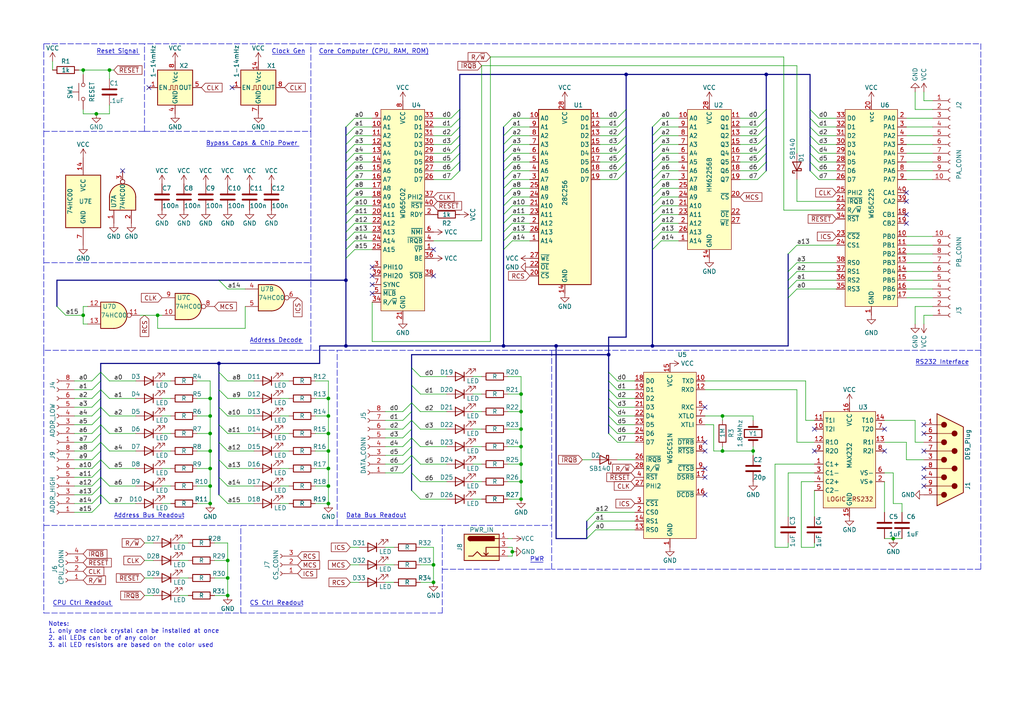
<source format=kicad_sch>
(kicad_sch (version 20231120) (generator "eeschema") (generator_version "8.0")
  (paper "A4")
  (title_block (date "2024-04-15") (rev "1.1") (comment 1 "Credit to Ben Eater for the base design: https://eater.net/6502") (comment 2 "v1.0 - initial drawing") (comment 3 "v1.1 - changed ADDR_CONN to seperate low order and high order connectors"))
  (junction (at 148.59 160.02))
  (junction (at 181.61 21.59))
  (junction (at 151.13 134.62))
  (junction (at 31.75 20.32))
  (junction (at 60.96 115.57))
  (junction (at 151.13 129.54))
  (junction (at 125.73 168.91))
  (junction (at 151.13 139.7))
  (junction (at 189.23 100.33))
  (junction (at 209.55 120.65))
  (junction (at 66.04 167.64))
  (junction (at 218.44 130.81))
  (junction (at 95.25 120.65))
  (junction (at 95.25 125.73))
  (junction (at 222.25 21.59))
  (junction (at 63.5 105.41))
  (junction (at 151.13 124.46))
  (junction (at 125.73 163.83))
  (junction (at 95.25 140.97))
  (junction (at 60.96 140.97))
  (junction (at 176.53 102.87))
  (junction (at 60.96 130.81))
  (junction (at 60.96 146.05))
  (junction (at 259.08 156.21))
  (junction (at 95.25 115.57))
  (junction (at 27.94 33.02))
  (junction (at 60.96 125.73))
  (junction (at 66.04 172.72))
  (junction (at 95.25 135.89))
  (junction (at 151.13 114.3))
  (junction (at 100.33 81.28))
  (junction (at 95.25 130.81))
  (junction (at 151.13 119.38))
  (junction (at 24.13 91.44))
  (junction (at 209.55 130.81))
  (junction (at 24.13 20.32))
  (junction (at 66.04 162.56))
  (junction (at 95.25 146.05))
  (junction (at 161.29 100.33))
  (junction (at 60.96 120.65))
  (junction (at 151.13 144.78))
  (junction (at 45.72 91.44))
  (junction (at 60.96 135.89))
  (junction (at 146.05 100.33))
  (junction (at 100.33 100.33))
  (no_connect (at 204.47 143.51))
  (no_connect (at 204.47 118.11))
  (no_connect (at 236.22 124.46))
  (no_connect (at 267.97 130.81))
  (no_connect (at 262.89 58.42))
  (no_connect (at 107.95 80.01))
  (no_connect (at 256.54 130.81))
  (no_connect (at 267.97 140.97))
  (no_connect (at 204.47 138.43))
  (no_connect (at 267.97 135.89))
  (no_connect (at 267.97 138.43))
  (no_connect (at 262.89 55.88))
  (no_connect (at 125.73 80.01))
  (no_connect (at 256.54 124.46))
  (no_connect (at 267.97 123.19))
  (no_connect (at 125.73 72.39))
  (no_connect (at 204.47 130.81))
  (no_connect (at 236.22 130.81))
  (no_connect (at 262.89 62.23))
  (no_connect (at 262.89 64.77))
  (no_connect (at 204.47 128.27))
  (no_connect (at 43.18 25.4))
  (no_connect (at 107.95 77.47))
  (no_connect (at 35.56 49.53))
  (no_connect (at 204.47 135.89))
  (no_connect (at 267.97 125.73))
  (no_connect (at 107.95 85.09))
  (no_connect (at 67.31 25.4))
  (no_connect (at 107.95 82.55))
  (bus_entry (at 228.6 86.36) (size 2.54 -2.54))
  (bus_entry (at 119.38 127) (size 2.54 2.54))
  (bus_entry (at 100.33 69.85) (size 2.54 -2.54))
  (bus_entry (at 219.71 34.29) (size 2.54 -2.54))
  (bus_entry (at 63.5 107.95) (size 2.54 2.54))
  (bus_entry (at 116.84 127) (size 2.54 -2.54))
  (bus_entry (at 219.71 39.37) (size 2.54 -2.54))
  (bus_entry (at 179.07 115.57) (size -2.54 -2.54))
  (bus_entry (at 63.5 143.51) (size 2.54 2.54))
  (bus_entry (at 170.18 151.13) (size 2.54 -2.54))
  (bus_entry (at 16.51 88.9) (size 2.54 2.54))
  (bus_entry (at 189.23 54.61) (size 2.54 -2.54))
  (bus_entry (at 179.07 123.19) (size -2.54 -2.54))
  (bus_entry (at 100.33 72.39) (size 2.54 -2.54))
  (bus_entry (at 179.07 39.37) (size 2.54 -2.54))
  (bus_entry (at 189.23 59.69) (size 2.54 -2.54))
  (bus_entry (at 189.23 72.39) (size 2.54 -2.54))
  (bus_entry (at 234.95 49.53) (size 2.54 2.54))
  (bus_entry (at 100.33 74.93) (size 2.54 -2.54))
  (bus_entry (at 179.07 46.99) (size 2.54 -2.54))
  (bus_entry (at 219.71 49.53) (size 2.54 -2.54))
  (bus_entry (at 63.5 133.35) (size 2.54 2.54))
  (bus_entry (at 119.38 121.92) (size 2.54 2.54))
  (bus_entry (at 100.33 46.99) (size 2.54 -2.54))
  (bus_entry (at 189.23 57.15) (size 2.54 -2.54))
  (bus_entry (at 146.05 59.69) (size 2.54 -2.54))
  (bus_entry (at 234.95 31.75) (size 2.54 2.54))
  (bus_entry (at 146.05 64.77) (size 2.54 -2.54))
  (bus_entry (at 100.33 64.77) (size 2.54 -2.54))
  (bus_entry (at 100.33 57.15) (size 2.54 -2.54))
  (bus_entry (at 26.67 138.43) (size 2.54 -2.54))
  (bus_entry (at 26.67 143.51) (size 2.54 -2.54))
  (bus_entry (at 29.21 123.19) (size 2.54 2.54))
  (bus_entry (at 234.95 44.45) (size 2.54 2.54))
  (bus_entry (at 228.6 73.66) (size 2.54 -2.54))
  (bus_entry (at 130.81 34.29) (size 2.54 -2.54))
  (bus_entry (at 119.38 116.84) (size 2.54 2.54))
  (bus_entry (at 26.67 146.05) (size 2.54 -2.54))
  (bus_entry (at 179.07 118.11) (size -2.54 -2.54))
  (bus_entry (at 100.33 54.61) (size 2.54 -2.54))
  (bus_entry (at 146.05 41.91) (size 2.54 -2.54))
  (bus_entry (at 100.33 39.37) (size 2.54 -2.54))
  (bus_entry (at 179.07 44.45) (size 2.54 -2.54))
  (bus_entry (at 189.23 62.23) (size 2.54 -2.54))
  (bus_entry (at 130.81 52.07) (size 2.54 -2.54))
  (bus_entry (at 189.23 44.45) (size 2.54 -2.54))
  (bus_entry (at 130.81 36.83) (size 2.54 -2.54))
  (bus_entry (at 119.38 142.24) (size 2.54 2.54))
  (bus_entry (at 29.21 107.95) (size 2.54 2.54))
  (bus_entry (at 63.5 113.03) (size 2.54 2.54))
  (bus_entry (at 130.81 39.37) (size 2.54 -2.54))
  (bus_entry (at 219.71 46.99) (size 2.54 -2.54))
  (bus_entry (at 116.84 132.08) (size 2.54 -2.54))
  (bus_entry (at 116.84 121.92) (size 2.54 -2.54))
  (bus_entry (at 26.67 148.59) (size 2.54 -2.54))
  (bus_entry (at 146.05 44.45) (size 2.54 -2.54))
  (bus_entry (at 228.6 81.28) (size 2.54 -2.54))
  (bus_entry (at 189.23 52.07) (size 2.54 -2.54))
  (bus_entry (at 119.38 106.68) (size 2.54 2.54))
  (bus_entry (at 146.05 39.37) (size 2.54 -2.54))
  (bus_entry (at 228.6 83.82) (size 2.54 -2.54))
  (bus_entry (at 146.05 62.23) (size 2.54 -2.54))
  (bus_entry (at 146.05 72.39) (size 2.54 -2.54))
  (bus_entry (at 100.33 62.23) (size 2.54 -2.54))
  (bus_entry (at 179.07 34.29) (size 2.54 -2.54))
  (bus_entry (at 179.07 52.07) (size 2.54 -2.54))
  (bus_entry (at 234.95 39.37) (size 2.54 2.54))
  (bus_entry (at 146.05 57.15) (size 2.54 -2.54))
  (bus_entry (at 100.33 41.91) (size 2.54 -2.54))
  (bus_entry (at 116.84 129.54) (size 2.54 -2.54))
  (bus_entry (at 29.21 118.11) (size 2.54 2.54))
  (bus_entry (at 116.84 137.16) (size 2.54 -2.54))
  (bus_entry (at 29.21 128.27) (size 2.54 2.54))
  (bus_entry (at 26.67 118.11) (size 2.54 -2.54))
  (bus_entry (at 100.33 49.53) (size 2.54 -2.54))
  (bus_entry (at 26.67 128.27) (size 2.54 -2.54))
  (bus_entry (at 26.67 125.73) (size 2.54 -2.54))
  (bus_entry (at 116.84 124.46) (size 2.54 -2.54))
  (bus_entry (at 100.33 52.07) (size 2.54 -2.54))
  (bus_entry (at 130.81 44.45) (size 2.54 -2.54))
  (bus_entry (at 146.05 67.31) (size 2.54 -2.54))
  (bus_entry (at 26.67 110.49) (size 2.54 -2.54))
  (bus_entry (at 29.21 113.03) (size 2.54 2.54))
  (bus_entry (at 234.95 46.99) (size 2.54 2.54))
  (bus_entry (at 189.23 39.37) (size 2.54 -2.54))
  (bus_entry (at 170.18 156.21) (size 2.54 -2.54))
  (bus_entry (at 189.23 41.91) (size 2.54 -2.54))
  (bus_entry (at 146.05 69.85) (size 2.54 -2.54))
  (bus_entry (at 179.07 120.65) (size -2.54 -2.54))
  (bus_entry (at 189.23 69.85) (size 2.54 -2.54))
  (bus_entry (at 63.5 138.43) (size 2.54 2.54))
  (bus_entry (at 179.07 125.73) (size -2.54 -2.54))
  (bus_entry (at 219.71 41.91) (size 2.54 -2.54))
  (bus_entry (at 63.5 123.19) (size 2.54 2.54))
  (bus_entry (at 179.07 36.83) (size 2.54 -2.54))
  (bus_entry (at 219.71 36.83) (size 2.54 -2.54))
  (bus_entry (at 100.33 36.83) (size 2.54 -2.54))
  (bus_entry (at 179.07 110.49) (size -2.54 -2.54))
  (bus_entry (at 130.81 41.91) (size 2.54 -2.54))
  (bus_entry (at 63.5 118.11) (size 2.54 2.54))
  (bus_entry (at 29.21 138.43) (size 2.54 2.54))
  (bus_entry (at 116.84 119.38) (size 2.54 -2.54))
  (bus_entry (at 179.07 128.27) (size -2.54 -2.54))
  (bus_entry (at 119.38 132.08) (size 2.54 2.54))
  (bus_entry (at 189.23 64.77) (size 2.54 -2.54))
  (bus_entry (at 130.81 46.99) (size 2.54 -2.54))
  (bus_entry (at 26.67 120.65) (size 2.54 -2.54))
  (bus_entry (at 26.67 140.97) (size 2.54 -2.54))
  (bus_entry (at 146.05 52.07) (size 2.54 -2.54))
  (bus_entry (at 119.38 137.16) (size 2.54 2.54))
  (bus_entry (at 26.67 133.35) (size 2.54 -2.54))
  (bus_entry (at 26.67 130.81) (size 2.54 -2.54))
  (bus_entry (at 26.67 135.89) (size 2.54 -2.54))
  (bus_entry (at 219.71 52.07) (size 2.54 -2.54))
  (bus_entry (at 100.33 44.45) (size 2.54 -2.54))
  (bus_entry (at 189.23 67.31) (size 2.54 -2.54))
  (bus_entry (at 189.23 46.99) (size 2.54 -2.54))
  (bus_entry (at 100.33 59.69) (size 2.54 -2.54))
  (bus_entry (at 119.38 111.76) (size 2.54 2.54))
  (bus_entry (at 146.05 46.99) (size 2.54 -2.54))
  (bus_entry (at 234.95 34.29) (size 2.54 2.54))
  (bus_entry (at 179.07 113.03) (size -2.54 -2.54))
  (bus_entry (at 63.5 81.28) (size 2.54 2.54))
  (bus_entry (at 63.5 128.27) (size 2.54 2.54))
  (bus_entry (at 146.05 54.61) (size 2.54 -2.54))
  (bus_entry (at 116.84 134.62) (size 2.54 -2.54))
  (bus_entry (at 189.23 36.83) (size 2.54 -2.54))
  (bus_entry (at 100.33 67.31) (size 2.54 -2.54))
  (bus_entry (at 228.6 78.74) (size 2.54 -2.54))
  (bus_entry (at 219.71 44.45) (size 2.54 -2.54))
  (bus_entry (at 146.05 36.83) (size 2.54 -2.54))
  (bus_entry (at 179.07 41.91) (size 2.54 -2.54))
  (bus_entry (at 170.18 153.67) (size 2.54 -2.54))
  (bus_entry (at 29.21 133.35) (size 2.54 2.54))
  (bus_entry (at 234.95 41.91) (size 2.54 2.54))
  (bus_entry (at 26.67 123.19) (size 2.54 -2.54))
  (bus_entry (at 189.23 49.53) (size 2.54 -2.54))
  (bus_entry (at 130.81 49.53) (size 2.54 -2.54))
  (bus_entry (at 29.21 143.51) (size 2.54 2.54))
  (bus_entry (at 26.67 115.57) (size 2.54 -2.54))
  (bus_entry (at 234.95 36.83) (size 2.54 2.54))
  (bus_entry (at 26.67 113.03) (size 2.54 -2.54))
  (bus_entry (at 146.05 49.53) (size 2.54 -2.54))
  (bus_entry (at 179.07 49.53) (size 2.54 -2.54))
  (wire (pts (xy 147.32 139.7) (xy 151.13 139.7)))
  (wire (pts (xy 111.76 124.46) (xy 116.84 124.46)))
  (wire (pts (xy 191.77 67.31) (xy 196.85 67.31)))
  (wire (pts (xy 21.59 125.73) (xy 26.67 125.73)))
  (bus (pts (xy 29.21 110.49) (xy 29.21 113.03)))
  (wire (pts (xy 71.12 95.25) (xy 71.12 88.9)))
  (wire (pts (xy 31.75 20.32) (xy 33.02 20.32)))
  (polyline (pts (xy 12.7 76.2) (xy 90.17 76.2)) (stroke (width 0) (type dash)))
  (wire (pts (xy 137.16 144.78) (xy 139.7 144.78)))
  (bus (pts (xy 222.25 21.59) (xy 222.25 31.75)))
  (wire (pts (xy 236.22 134.62) (xy 224.79 134.62)))
  (wire (pts (xy 227.33 16.51) (xy 227.33 60.96)))
  (wire (pts (xy 231.14 52.07) (xy 231.14 58.42)))
  (polyline (pts (xy 97.79 152.4) (xy 160.02 152.4)) (stroke (width 0) (type dash)))
  (wire (pts (xy 46.99 120.65) (xy 49.53 120.65)))
  (wire (pts (xy 62.23 157.48) (xy 66.04 157.48)))
  (bus (pts (xy 234.95 46.99) (xy 234.95 44.45)))
  (wire (pts (xy 45.72 95.25) (xy 71.12 95.25)))
  (wire (pts (xy 265.43 88.9) (xy 270.51 88.9)))
  (wire (pts (xy 125.73 69.85) (xy 139.7 69.85)))
  (wire (pts (xy 148.59 161.29) (xy 147.32 161.29)))
  (wire (pts (xy 237.49 41.91) (xy 242.57 41.91)))
  (bus (pts (xy 234.95 34.29) (xy 234.95 31.75)))
  (wire (pts (xy 102.87 52.07) (xy 107.95 52.07)))
  (polyline (pts (xy 41.91 38.1) (xy 41.91 12.7)) (stroke (width 0) (type dash)))
  (wire (pts (xy 148.59 39.37) (xy 153.67 39.37)))
  (wire (pts (xy 46.99 146.05) (xy 49.53 146.05)))
  (bus (pts (xy 29.21 115.57) (xy 29.21 118.11)))
  (wire (pts (xy 256.54 156.21) (xy 259.08 156.21)))
  (bus (pts (xy 119.38 124.46) (xy 119.38 121.92)))
  (wire (pts (xy 91.44 120.65) (xy 95.25 120.65)))
  (wire (pts (xy 60.96 115.57) (xy 60.96 120.65)))
  (wire (pts (xy 95.25 135.89) (xy 95.25 140.97)))
  (bus (pts (xy 146.05 69.85) (xy 146.05 72.39)))
  (wire (pts (xy 147.32 119.38) (xy 151.13 119.38)))
  (wire (pts (xy 259.08 156.21) (xy 261.62 156.21)))
  (wire (pts (xy 121.92 114.3) (xy 129.54 114.3)))
  (wire (pts (xy 121.92 109.22) (xy 129.54 109.22)))
  (bus (pts (xy 189.23 100.33) (xy 228.6 100.33)))
  (wire (pts (xy 147.32 129.54) (xy 151.13 129.54)))
  (bus (pts (xy 176.53 113.03) (xy 176.53 115.57)))
  (bus (pts (xy 100.33 81.28) (xy 100.33 100.33)))
  (wire (pts (xy 62.23 172.72) (xy 66.04 172.72)))
  (wire (pts (xy 45.72 95.25) (xy 45.72 91.44)))
  (wire (pts (xy 209.55 120.65) (xy 218.44 120.65)))
  (wire (pts (xy 142.24 16.51) (xy 227.33 16.51)))
  (bus (pts (xy 100.33 69.85) (xy 100.33 72.39)))
  (wire (pts (xy 173.99 44.45) (xy 179.07 44.45)))
  (polyline (pts (xy 12.7 12.7) (xy 12.7 38.1)) (stroke (width 0) (type dash)))
  (wire (pts (xy 31.75 125.73) (xy 39.37 125.73)))
  (wire (pts (xy 179.07 113.03) (xy 184.15 113.03)))
  (bus (pts (xy 228.6 73.66) (xy 228.6 78.74)))
  (polyline (pts (xy 12.7 101.6) (xy 12.7 76.2)) (stroke (width 0) (type dash)))
  (bus (pts (xy 189.23 46.99) (xy 189.23 49.53)))
  (wire (pts (xy 102.87 41.91) (xy 107.95 41.91)))
  (wire (pts (xy 191.77 46.99) (xy 196.85 46.99)))
  (bus (pts (xy 146.05 39.37) (xy 146.05 41.91)))
  (wire (pts (xy 148.59 67.31) (xy 153.67 67.31)))
  (wire (pts (xy 151.13 139.7) (xy 151.13 144.78)))
  (wire (pts (xy 81.28 125.73) (xy 83.82 125.73)))
  (bus (pts (xy 100.33 59.69) (xy 100.33 62.23)))
  (wire (pts (xy 214.63 36.83) (xy 219.71 36.83)))
  (wire (pts (xy 231.14 19.05) (xy 231.14 44.45)))
  (wire (pts (xy 21.59 120.65) (xy 26.67 120.65)))
  (wire (pts (xy 228.6 158.75) (xy 228.6 157.48)))
  (wire (pts (xy 191.77 36.83) (xy 196.85 36.83)))
  (wire (pts (xy 204.47 120.65) (xy 209.55 120.65)))
  (wire (pts (xy 24.13 31.75) (xy 24.13 33.02)))
  (wire (pts (xy 41.91 162.56) (xy 44.45 162.56)))
  (wire (pts (xy 179.07 120.65) (xy 184.15 120.65)))
  (wire (pts (xy 24.13 21.59) (xy 24.13 20.32)))
  (wire (pts (xy 265.43 128.27) (xy 267.97 128.27)))
  (wire (pts (xy 262.89 52.07) (xy 270.51 52.07)))
  (wire (pts (xy 179.07 115.57) (xy 184.15 115.57)))
  (wire (pts (xy 237.49 34.29) (xy 242.57 34.29)))
  (bus (pts (xy 146.05 44.45) (xy 146.05 46.99)))
  (wire (pts (xy 147.32 158.75) (xy 148.59 158.75)))
  (wire (pts (xy 237.49 44.45) (xy 242.57 44.45)))
  (bus (pts (xy 133.35 36.83) (xy 133.35 39.37)))
  (wire (pts (xy 237.49 46.99) (xy 242.57 46.99)))
  (wire (pts (xy 102.87 46.99) (xy 107.95 46.99)))
  (wire (pts (xy 111.76 134.62) (xy 116.84 134.62)))
  (bus (pts (xy 63.5 107.95) (xy 63.5 113.03)))
  (bus (pts (xy 176.53 115.57) (xy 176.53 118.11)))
  (bus (pts (xy 29.21 140.97) (xy 29.21 143.51)))
  (bus (pts (xy 119.38 129.54) (xy 119.38 127)))
  (wire (pts (xy 236.22 142.24) (xy 236.22 149.86)))
  (wire (pts (xy 95.25 115.57) (xy 95.25 120.65)))
  (bus (pts (xy 181.61 97.79) (xy 181.61 49.53)))
  (wire (pts (xy 148.59 34.29) (xy 153.67 34.29)))
  (wire (pts (xy 218.44 129.54) (xy 218.44 130.81)))
  (bus (pts (xy 146.05 100.33) (xy 161.29 100.33)))
  (wire (pts (xy 262.89 133.35) (xy 267.97 133.35)))
  (bus (pts (xy 222.25 39.37) (xy 222.25 41.91)))
  (wire (pts (xy 111.76 129.54) (xy 116.84 129.54)))
  (wire (pts (xy 46.99 135.89) (xy 49.53 135.89)))
  (wire (pts (xy 102.87 49.53) (xy 107.95 49.53)))
  (wire (pts (xy 125.73 44.45) (xy 130.81 44.45)))
  (bus (pts (xy 161.29 156.21) (xy 161.29 100.33)))
  (wire (pts (xy 121.92 129.54) (xy 129.54 129.54)))
  (wire (pts (xy 15.24 17.78) (xy 15.24 20.32)))
  (bus (pts (xy 181.61 34.29) (xy 181.61 36.83)))
  (wire (pts (xy 148.59 69.85) (xy 153.67 69.85)))
  (polyline (pts (xy 128.27 165.1) (xy 160.02 165.1)) (stroke (width 0) (type dash)))
  (wire (pts (xy 262.89 83.82) (xy 270.51 83.82)))
  (wire (pts (xy 102.87 59.69) (xy 107.95 59.69)))
  (polyline (pts (xy 12.7 152.4) (xy 12.7 177.8)) (stroke (width 0) (type dash)))
  (wire (pts (xy 137.16 129.54) (xy 139.7 129.54)))
  (wire (pts (xy 102.87 34.29) (xy 107.95 34.29)))
  (wire (pts (xy 151.13 119.38) (xy 151.13 124.46)))
  (wire (pts (xy 81.28 110.49) (xy 83.82 110.49)))
  (wire (pts (xy 57.15 115.57) (xy 60.96 115.57)))
  (bus (pts (xy 29.21 107.95) (xy 29.21 110.49)))
  (wire (pts (xy 125.73 39.37) (xy 130.81 39.37)))
  (wire (pts (xy 191.77 52.07) (xy 196.85 52.07)))
  (wire (pts (xy 168.91 133.35) (xy 171.45 133.35)))
  (wire (pts (xy 31.75 146.05) (xy 39.37 146.05)))
  (bus (pts (xy 176.53 107.95) (xy 176.53 110.49)))
  (wire (pts (xy 31.75 110.49) (xy 39.37 110.49)))
  (wire (pts (xy 60.96 110.49) (xy 60.96 115.57)))
  (bus (pts (xy 181.61 41.91) (xy 181.61 44.45)))
  (wire (pts (xy 137.16 124.46) (xy 139.7 124.46)))
  (bus (pts (xy 176.53 107.95) (xy 176.53 102.87)))
  (wire (pts (xy 214.63 41.91) (xy 219.71 41.91)))
  (polyline (pts (xy 41.91 12.7) (xy 12.7 12.7)) (stroke (width 0) (type dash)))
  (wire (pts (xy 125.73 41.91) (xy 130.81 41.91)))
  (bus (pts (xy 189.23 54.61) (xy 189.23 57.15)))
  (bus (pts (xy 228.6 83.82) (xy 228.6 86.36)))
  (wire (pts (xy 62.23 167.64) (xy 66.04 167.64)))
  (polyline (pts (xy 90.17 38.1) (xy 90.17 12.7)) (stroke (width 0) (type dash)))
  (wire (pts (xy 111.76 163.83) (xy 114.3 163.83)))
  (wire (pts (xy 256.54 128.27) (xy 262.89 128.27)))
  (wire (pts (xy 173.99 34.29) (xy 179.07 34.29)))
  (bus (pts (xy 63.5 113.03) (xy 63.5 118.11)))
  (wire (pts (xy 121.92 119.38) (xy 129.54 119.38)))
  (wire (pts (xy 236.22 158.75) (xy 236.22 157.48)))
  (wire (pts (xy 21.59 135.89) (xy 26.67 135.89)))
  (bus (pts (xy 119.38 111.76) (xy 119.38 106.68)))
  (wire (pts (xy 262.89 49.53) (xy 270.51 49.53)))
  (wire (pts (xy 31.75 130.81) (xy 39.37 130.81)))
  (bus (pts (xy 176.53 97.79) (xy 181.61 97.79)))
  (wire (pts (xy 95.25 130.81) (xy 95.25 135.89)))
  (bus (pts (xy 228.6 81.28) (xy 228.6 83.82)))
  (wire (pts (xy 237.49 52.07) (xy 242.57 52.07)))
  (bus (pts (xy 29.21 125.73) (xy 29.21 128.27)))
  (bus (pts (xy 222.25 44.45) (xy 222.25 46.99)))
  (wire (pts (xy 191.77 54.61) (xy 196.85 54.61)))
  (bus (pts (xy 176.53 120.65) (xy 176.53 123.19)))
  (wire (pts (xy 31.75 33.02) (xy 31.75 30.48)))
  (wire (pts (xy 41.91 157.48) (xy 44.45 157.48)))
  (wire (pts (xy 91.44 115.57) (xy 95.25 115.57)))
  (wire (pts (xy 151.13 134.62) (xy 151.13 139.7)))
  (bus (pts (xy 176.53 118.11) (xy 176.53 120.65)))
  (bus (pts (xy 176.53 110.49) (xy 176.53 113.03)))
  (wire (pts (xy 148.59 160.02) (xy 148.59 161.29)))
  (wire (pts (xy 261.62 146.05) (xy 261.62 148.59)))
  (wire (pts (xy 81.28 120.65) (xy 83.82 120.65)))
  (wire (pts (xy 66.04 162.56) (xy 66.04 167.64)))
  (wire (pts (xy 57.15 125.73) (xy 60.96 125.73)))
  (wire (pts (xy 179.07 118.11) (xy 184.15 118.11)))
  (bus (pts (xy 100.33 39.37) (xy 100.33 41.91)))
  (polyline (pts (xy 12.7 38.1) (xy 41.91 38.1)) (stroke (width 0) (type dash)))
  (wire (pts (xy 31.75 120.65) (xy 39.37 120.65)))
  (wire (pts (xy 191.77 57.15) (xy 196.85 57.15)))
  (wire (pts (xy 21.59 130.81) (xy 26.67 130.81)))
  (wire (pts (xy 148.59 52.07) (xy 153.67 52.07)))
  (wire (pts (xy 137.16 114.3) (xy 139.7 114.3)))
  (bus (pts (xy 189.23 64.77) (xy 189.23 67.31)))
  (wire (pts (xy 102.87 72.39) (xy 107.95 72.39)))
  (bus (pts (xy 181.61 21.59) (xy 222.25 21.59)))
  (wire (pts (xy 265.43 121.92) (xy 265.43 128.27)))
  (wire (pts (xy 21.59 113.03) (xy 26.67 113.03)))
  (bus (pts (xy 146.05 64.77) (xy 146.05 67.31)))
  (wire (pts (xy 111.76 137.16) (xy 116.84 137.16)))
  (wire (pts (xy 191.77 34.29) (xy 196.85 34.29)))
  (wire (pts (xy 262.89 41.91) (xy 270.51 41.91)))
  (bus (pts (xy 119.38 102.87) (xy 176.53 102.87)))
  (wire (pts (xy 137.16 134.62) (xy 139.7 134.62)))
  (wire (pts (xy 21.59 143.51) (xy 26.67 143.51)))
  (wire (pts (xy 173.99 49.53) (xy 179.07 49.53)))
  (bus (pts (xy 181.61 44.45) (xy 181.61 46.99)))
  (bus (pts (xy 181.61 39.37) (xy 181.61 41.91)))
  (wire (pts (xy 57.15 146.05) (xy 60.96 146.05)))
  (bus (pts (xy 100.33 46.99) (xy 100.33 49.53)))
  (wire (pts (xy 147.32 109.22) (xy 151.13 109.22)))
  (wire (pts (xy 102.87 44.45) (xy 107.95 44.45)))
  (bus (pts (xy 146.05 36.83) (xy 146.05 39.37)))
  (wire (pts (xy 62.23 162.56) (xy 66.04 162.56)))
  (wire (pts (xy 101.6 168.91) (xy 104.14 168.91)))
  (bus (pts (xy 29.21 135.89) (xy 29.21 138.43)))
  (polyline (pts (xy 284.48 165.1) (xy 160.02 165.1)) (stroke (width 0) (type dash)))
  (wire (pts (xy 31.75 115.57) (xy 39.37 115.57)))
  (wire (pts (xy 21.59 110.49) (xy 26.67 110.49)))
  (wire (pts (xy 148.59 57.15) (xy 153.67 57.15)))
  (wire (pts (xy 262.89 81.28) (xy 270.51 81.28)))
  (wire (pts (xy 111.76 127) (xy 116.84 127)))
  (bus (pts (xy 176.53 102.87) (xy 176.53 97.79)))
  (polyline (pts (xy 41.91 38.1) (xy 90.17 38.1)) (stroke (width 0) (type dash)))
  (bus (pts (xy 170.18 153.67) (xy 170.18 156.21)))
  (wire (pts (xy 95.25 140.97) (xy 95.25 146.05)))
  (bus (pts (xy 133.35 46.99) (xy 133.35 49.53)))
  (wire (pts (xy 265.43 31.75) (xy 270.51 31.75)))
  (polyline (pts (xy 97.79 152.4) (xy 97.79 101.6)) (stroke (width 0) (type dash)))
  (wire (pts (xy 209.55 121.92) (xy 209.55 120.65)))
  (bus (pts (xy 222.25 36.83) (xy 222.25 39.37)))
  (wire (pts (xy 19.05 91.44) (xy 24.13 91.44)))
  (wire (pts (xy 102.87 64.77) (xy 107.95 64.77)))
  (wire (pts (xy 41.91 167.64) (xy 44.45 167.64)))
  (wire (pts (xy 262.89 73.66) (xy 270.51 73.66)))
  (wire (pts (xy 256.54 139.7) (xy 256.54 148.59)))
  (bus (pts (xy 181.61 46.99) (xy 181.61 49.53)))
  (wire (pts (xy 111.76 168.91) (xy 114.3 168.91)))
  (wire (pts (xy 148.59 46.99) (xy 153.67 46.99)))
  (bus (pts (xy 29.21 123.19) (xy 29.21 125.73)))
  (wire (pts (xy 57.15 130.81) (xy 60.96 130.81)))
  (wire (pts (xy 173.99 46.99) (xy 179.07 46.99)))
  (bus (pts (xy 92.71 105.41) (xy 92.71 100.33)))
  (wire (pts (xy 52.07 172.72) (xy 54.61 172.72)))
  (bus (pts (xy 189.23 52.07) (xy 189.23 54.61)))
  (wire (pts (xy 151.13 129.54) (xy 151.13 134.62)))
  (bus (pts (xy 92.71 100.33) (xy 100.33 100.33)))
  (wire (pts (xy 91.44 146.05) (xy 95.25 146.05)))
  (bus (pts (xy 189.23 49.53) (xy 189.23 52.07)))
  (wire (pts (xy 173.99 36.83) (xy 179.07 36.83)))
  (wire (pts (xy 60.96 120.65) (xy 60.96 125.73)))
  (polyline (pts (xy 90.17 101.6) (xy 12.7 101.6)) (stroke (width 0) (type dash)))
  (polyline (pts (xy 90.17 12.7) (xy 41.91 12.7)) (stroke (width 0) (type dash)))
  (wire (pts (xy 265.43 26.67) (xy 265.43 31.75)))
  (wire (pts (xy 204.47 113.03) (xy 231.14 113.03)))
  (wire (pts (xy 57.15 120.65) (xy 60.96 120.65)))
  (wire (pts (xy 262.89 46.99) (xy 270.51 46.99)))
  (wire (pts (xy 262.89 39.37) (xy 270.51 39.37)))
  (wire (pts (xy 172.72 148.59) (xy 184.15 148.59)))
  (wire (pts (xy 46.99 110.49) (xy 49.53 110.49)))
  (wire (pts (xy 265.43 93.98) (xy 265.43 88.9)))
  (wire (pts (xy 57.15 135.89) (xy 60.96 135.89)))
  (wire (pts (xy 31.75 20.32) (xy 31.75 22.86)))
  (polyline (pts (xy 12.7 38.1) (xy 12.7 76.2)) (stroke (width 0) (type dash)))
  (wire (pts (xy 137.16 139.7) (xy 139.7 139.7)))
  (wire (pts (xy 232.41 158.75) (xy 236.22 158.75)))
  (wire (pts (xy 41.91 172.72) (xy 44.45 172.72)))
  (wire (pts (xy 137.16 119.38) (xy 139.7 119.38)))
  (wire (pts (xy 237.49 49.53) (xy 242.57 49.53)))
  (wire (pts (xy 179.07 110.49) (xy 184.15 110.49)))
  (bus (pts (xy 133.35 39.37) (xy 133.35 41.91)))
  (wire (pts (xy 259.08 137.16) (xy 259.08 146.05)))
  (bus (pts (xy 146.05 57.15) (xy 146.05 59.69)))
  (bus (pts (xy 146.05 72.39) (xy 146.05 100.33)))
  (wire (pts (xy 91.44 125.73) (xy 95.25 125.73)))
  (wire (pts (xy 214.63 52.07) (xy 219.71 52.07)))
  (wire (pts (xy 31.75 135.89) (xy 39.37 135.89)))
  (polyline (pts (xy 160.02 101.6) (xy 160.02 165.1)) (stroke (width 0) (type dash)))
  (wire (pts (xy 151.13 114.3) (xy 151.13 119.38)))
  (wire (pts (xy 121.92 124.46) (xy 129.54 124.46)))
  (bus (pts (xy 234.95 49.53) (xy 234.95 46.99)))
  (wire (pts (xy 172.72 151.13) (xy 184.15 151.13)))
  (wire (pts (xy 233.68 121.92) (xy 233.68 110.49)))
  (wire (pts (xy 172.72 153.67) (xy 184.15 153.67)))
  (wire (pts (xy 237.49 39.37) (xy 242.57 39.37)))
  (wire (pts (xy 207.01 130.81) (xy 209.55 130.81)))
  (polyline (pts (xy 12.7 101.6) (xy 12.7 152.4)) (stroke (width 0) (type dash)))
  (wire (pts (xy 262.89 128.27) (xy 262.89 133.35)))
  (wire (pts (xy 191.77 59.69) (xy 196.85 59.69)))
  (polyline (pts (xy 90.17 12.7) (xy 284.48 12.7)) (stroke (width 0) (type dash)))
  (wire (pts (xy 102.87 36.83) (xy 107.95 36.83)))
  (bus (pts (xy 29.21 118.11) (xy 29.21 120.65)))
  (bus (pts (xy 222.25 41.91) (xy 222.25 44.45)))
  (wire (pts (xy 60.96 140.97) (xy 60.96 146.05)))
  (wire (pts (xy 46.99 115.57) (xy 49.53 115.57)))
  (bus (pts (xy 133.35 34.29) (xy 133.35 36.83)))
  (wire (pts (xy 147.32 144.78) (xy 151.13 144.78)))
  (wire (pts (xy 209.55 129.54) (xy 209.55 130.81)))
  (bus (pts (xy 189.23 41.91) (xy 189.23 44.45)))
  (bus (pts (xy 234.95 44.45) (xy 234.95 41.91)))
  (wire (pts (xy 95.25 120.65) (xy 95.25 125.73)))
  (wire (pts (xy 147.32 156.21) (xy 148.59 156.21)))
  (wire (pts (xy 66.04 130.81) (xy 73.66 130.81)))
  (bus (pts (xy 100.33 54.61) (xy 100.33 57.15)))
  (wire (pts (xy 24.13 33.02) (xy 27.94 33.02)))
  (bus (pts (xy 234.95 36.83) (xy 234.95 34.29)))
  (wire (pts (xy 66.04 146.05) (xy 73.66 146.05)))
  (bus (pts (xy 63.5 138.43) (xy 63.5 143.51)))
  (wire (pts (xy 21.59 148.59) (xy 26.67 148.59)))
  (wire (pts (xy 147.32 124.46) (xy 151.13 124.46)))
  (wire (pts (xy 228.6 149.86) (xy 228.6 137.16)))
  (wire (pts (xy 107.95 99.06) (xy 142.24 99.06)))
  (wire (pts (xy 91.44 140.97) (xy 95.25 140.97)))
  (bus (pts (xy 146.05 54.61) (xy 146.05 57.15)))
  (bus (pts (xy 170.18 151.13) (xy 170.18 153.67)))
  (bus (pts (xy 228.6 78.74) (xy 228.6 81.28)))
  (wire (pts (xy 121.92 158.75) (xy 125.73 158.75)))
  (wire (pts (xy 191.77 69.85) (xy 196.85 69.85)))
  (wire (pts (xy 191.77 44.45) (xy 196.85 44.45)))
  (wire (pts (xy 151.13 109.22) (xy 151.13 114.3)))
  (wire (pts (xy 256.54 121.92) (xy 265.43 121.92)))
  (wire (pts (xy 66.04 120.65) (xy 73.66 120.65)))
  (wire (pts (xy 66.04 167.64) (xy 66.04 172.72)))
  (wire (pts (xy 46.99 140.97) (xy 49.53 140.97)))
  (wire (pts (xy 262.89 76.2) (xy 270.51 76.2)))
  (wire (pts (xy 214.63 49.53) (xy 219.71 49.53)))
  (wire (pts (xy 121.92 168.91) (xy 125.73 168.91)))
  (wire (pts (xy 224.79 158.75) (xy 228.6 158.75)))
  (bus (pts (xy 29.21 113.03) (xy 29.21 115.57)))
  (wire (pts (xy 142.24 99.06) (xy 142.24 16.51)))
  (wire (pts (xy 262.89 34.29) (xy 270.51 34.29)))
  (wire (pts (xy 107.95 87.63) (xy 107.95 99.06)))
  (wire (pts (xy 102.87 54.61) (xy 107.95 54.61)))
  (wire (pts (xy 102.87 39.37) (xy 107.95 39.37)))
  (bus (pts (xy 29.21 120.65) (xy 29.21 123.19)))
  (wire (pts (xy 66.04 125.73) (xy 73.66 125.73)))
  (bus (pts (xy 161.29 100.33) (xy 189.23 100.33)))
  (wire (pts (xy 232.41 139.7) (xy 232.41 158.75)))
  (bus (pts (xy 222.25 46.99) (xy 222.25 49.53)))
  (wire (pts (xy 147.32 114.3) (xy 151.13 114.3)))
  (bus (pts (xy 189.23 57.15) (xy 189.23 59.69)))
  (wire (pts (xy 191.77 62.23) (xy 196.85 62.23)))
  (wire (pts (xy 111.76 132.08) (xy 116.84 132.08)))
  (wire (pts (xy 24.13 93.98) (xy 24.13 91.44)))
  (wire (pts (xy 214.63 39.37) (xy 219.71 39.37)))
  (bus (pts (xy 146.05 67.31) (xy 146.05 69.85)))
  (wire (pts (xy 81.28 140.97) (xy 83.82 140.97)))
  (wire (pts (xy 21.59 118.11) (xy 26.67 118.11)))
  (bus (pts (xy 222.25 21.59) (xy 234.95 21.59)))
  (bus (pts (xy 176.53 123.19) (xy 176.53 125.73)))
  (bus (pts (xy 146.05 49.53) (xy 146.05 52.07)))
  (wire (pts (xy 125.73 49.53) (xy 130.81 49.53)))
  (bus (pts (xy 228.6 86.36) (xy 228.6 100.33)))
  (bus (pts (xy 181.61 36.83) (xy 181.61 39.37)))
  (wire (pts (xy 60.96 125.73) (xy 60.96 130.81)))
  (wire (pts (xy 267.97 29.21) (xy 270.51 29.21)))
  (wire (pts (xy 102.87 57.15) (xy 107.95 57.15)))
  (bus (pts (xy 100.33 36.83) (xy 100.33 39.37)))
  (bus (pts (xy 146.05 62.23) (xy 146.05 64.77)))
  (bus (pts (xy 16.51 88.9) (xy 16.51 81.28)))
  (wire (pts (xy 102.87 69.85) (xy 107.95 69.85)))
  (wire (pts (xy 81.28 135.89) (xy 83.82 135.89)))
  (wire (pts (xy 214.63 34.29) (xy 219.71 34.29)))
  (wire (pts (xy 231.14 113.03) (xy 231.14 128.27)))
  (polyline (pts (xy 284.48 101.6) (xy 90.17 101.6)) (stroke (width 0) (type dash)))
  (wire (pts (xy 259.08 146.05) (xy 261.62 146.05)))
  (wire (pts (xy 46.99 125.73) (xy 49.53 125.73)))
  (wire (pts (xy 267.97 93.98) (xy 267.97 91.44)))
  (wire (pts (xy 66.04 83.82) (xy 71.12 83.82)))
  (wire (pts (xy 81.28 115.57) (xy 83.82 115.57)))
  (wire (pts (xy 66.04 110.49) (xy 73.66 110.49)))
  (wire (pts (xy 111.76 121.92) (xy 116.84 121.92)))
  (bus (pts (xy 119.38 102.87) (xy 119.38 106.68)))
  (wire (pts (xy 45.72 91.44) (xy 46.99 91.44)))
  (wire (pts (xy 21.59 128.27) (xy 26.67 128.27)))
  (wire (pts (xy 21.59 146.05) (xy 26.67 146.05)))
  (bus (pts (xy 29.21 130.81) (xy 29.21 133.35)))
  (wire (pts (xy 262.89 78.74) (xy 270.51 78.74)))
  (bus (pts (xy 146.05 52.07) (xy 146.05 54.61)))
  (wire (pts (xy 262.89 44.45) (xy 270.51 44.45)))
  (wire (pts (xy 179.07 128.27) (xy 184.15 128.27)))
  (wire (pts (xy 139.7 19.05) (xy 231.14 19.05)))
  (wire (pts (xy 231.14 78.74) (xy 242.57 78.74)))
  (wire (pts (xy 228.6 137.16) (xy 236.22 137.16)))
  (wire (pts (xy 52.07 162.56) (xy 54.61 162.56)))
  (wire (pts (xy 148.59 158.75) (xy 148.59 160.02)))
  (polyline (pts (xy 69.85 177.8) (xy 128.27 177.8)) (stroke (width 0) (type dash)))
  (wire (pts (xy 218.44 130.81) (xy 218.44 132.08)))
  (wire (pts (xy 209.55 130.81) (xy 218.44 130.81)))
  (wire (pts (xy 231.14 128.27) (xy 236.22 128.27)))
  (wire (pts (xy 179.07 123.19) (xy 184.15 123.19)))
  (bus (pts (xy 181.61 21.59) (xy 181.61 31.75)))
  (wire (pts (xy 148.59 59.69) (xy 153.67 59.69)))
  (wire (pts (xy 66.04 115.57) (xy 73.66 115.57)))
  (wire (pts (xy 46.99 130.81) (xy 49.53 130.81)))
  (wire (pts (xy 31.75 140.97) (xy 39.37 140.97)))
  (wire (pts (xy 21.59 115.57) (xy 26.67 115.57)))
  (wire (pts (xy 173.99 52.07) (xy 179.07 52.07)))
  (wire (pts (xy 121.92 144.78) (xy 129.54 144.78)))
  (wire (pts (xy 81.28 146.05) (xy 83.82 146.05)))
  (wire (pts (xy 125.73 163.83) (xy 125.73 168.91)))
  (wire (pts (xy 173.99 39.37) (xy 179.07 39.37)))
  (wire (pts (xy 191.77 41.91) (xy 196.85 41.91)))
  (wire (pts (xy 125.73 34.29) (xy 130.81 34.29)))
  (bus (pts (xy 234.95 31.75) (xy 234.95 21.59)))
  (bus (pts (xy 146.05 41.91) (xy 146.05 44.45)))
  (bus (pts (xy 100.33 74.93) (xy 100.33 81.28)))
  (bus (pts (xy 63.5 105.41) (xy 92.71 105.41)))
  (wire (pts (xy 125.73 52.07) (xy 130.81 52.07)))
  (wire (pts (xy 179.07 125.73) (xy 184.15 125.73)))
  (wire (pts (xy 231.14 58.42) (xy 242.57 58.42)))
  (bus (pts (xy 63.5 118.11) (xy 63.5 123.19)))
  (bus (pts (xy 133.35 21.59) (xy 181.61 21.59)))
  (wire (pts (xy 125.73 36.83) (xy 130.81 36.83)))
  (bus (pts (xy 189.23 36.83) (xy 189.23 39.37)))
  (wire (pts (xy 224.79 134.62) (xy 224.79 158.75)))
  (bus (pts (xy 29.21 105.41) (xy 63.5 105.41)))
  (bus (pts (xy 100.33 57.15) (xy 100.33 59.69)))
  (wire (pts (xy 204.47 123.19) (xy 207.01 123.19)))
  (wire (pts (xy 151.13 124.46) (xy 151.13 129.54)))
  (wire (pts (xy 173.99 41.91) (xy 179.07 41.91)))
  (bus (pts (xy 119.38 116.84) (xy 119.38 111.76)))
  (bus (pts (xy 100.33 72.39) (xy 100.33 74.93)))
  (wire (pts (xy 218.44 120.65) (xy 218.44 121.92)))
  (bus (pts (xy 181.61 31.75) (xy 181.61 34.29)))
  (wire (pts (xy 27.94 33.02) (xy 31.75 33.02)))
  (bus (pts (xy 133.35 44.45) (xy 133.35 46.99)))
  (bus (pts (xy 189.23 62.23) (xy 189.23 64.77)))
  (polyline (pts (xy 284.48 101.6) (xy 284.48 165.1)) (stroke (width 0) (type dash)))
  (bus (pts (xy 119.38 142.24) (xy 119.38 137.16)))
  (wire (pts (xy 148.59 62.23) (xy 153.67 62.23)))
  (wire (pts (xy 139.7 69.85) (xy 139.7 19.05)))
  (wire (pts (xy 148.59 49.53) (xy 153.67 49.53)))
  (bus (pts (xy 189.23 59.69) (xy 189.23 62.23)))
  (bus (pts (xy 63.5 133.35) (xy 63.5 138.43)))
  (wire (pts (xy 233.68 110.49) (xy 204.47 110.49)))
  (wire (pts (xy 236.22 139.7) (xy 232.41 139.7)))
  (bus (pts (xy 29.21 143.51) (xy 29.21 146.05)))
  (wire (pts (xy 214.63 44.45) (xy 219.71 44.45)))
  (wire (pts (xy 207.01 123.19) (xy 207.01 130.81)))
  (wire (pts (xy 191.77 49.53) (xy 196.85 49.53)))
  (bus (pts (xy 133.35 21.59) (xy 133.35 31.75)))
  (polyline (pts (xy 12.7 177.8) (xy 69.85 177.8)) (stroke (width 0) (type dash)))
  (bus (pts (xy 189.23 39.37) (xy 189.23 41.91)))
  (wire (pts (xy 231.14 81.28) (xy 242.57 81.28)))
  (wire (pts (xy 101.6 158.75) (xy 104.14 158.75)))
  (wire (pts (xy 52.07 167.64) (xy 54.61 167.64)))
  (wire (pts (xy 60.96 130.81) (xy 60.96 135.89)))
  (bus (pts (xy 100.33 44.45) (xy 100.33 46.99)))
  (wire (pts (xy 21.59 133.35) (xy 26.67 133.35)))
  (wire (pts (xy 179.07 133.35) (xy 184.15 133.35)))
  (bus (pts (xy 29.21 138.43) (xy 29.21 140.97)))
  (wire (pts (xy 231.14 76.2) (xy 242.57 76.2)))
  (wire (pts (xy 91.44 130.81) (xy 95.25 130.81)))
  (bus (pts (xy 119.38 119.38) (xy 119.38 116.84)))
  (wire (pts (xy 148.59 44.45) (xy 153.67 44.45)))
  (bus (pts (xy 189.23 44.45) (xy 189.23 46.99)))
  (bus (pts (xy 100.33 62.23) (xy 100.33 64.77)))
  (wire (pts (xy 81.28 130.81) (xy 83.82 130.81)))
  (wire (pts (xy 125.73 158.75) (xy 125.73 163.83)))
  (wire (pts (xy 102.87 67.31) (xy 107.95 67.31)))
  (wire (pts (xy 137.16 109.22) (xy 139.7 109.22)))
  (bus (pts (xy 119.38 137.16) (xy 119.38 134.62)))
  (bus (pts (xy 100.33 67.31) (xy 100.33 69.85)))
  (bus (pts (xy 146.05 46.99) (xy 146.05 49.53)))
  (wire (pts (xy 111.76 158.75) (xy 114.3 158.75)))
  (bus (pts (xy 234.95 41.91) (xy 234.95 39.37)))
  (bus (pts (xy 146.05 59.69) (xy 146.05 62.23)))
  (bus (pts (xy 29.21 128.27) (xy 29.21 130.81)))
  (wire (pts (xy 57.15 140.97) (xy 60.96 140.97)))
  (bus (pts (xy 29.21 133.35) (xy 29.21 135.89)))
  (wire (pts (xy 21.59 140.97) (xy 26.67 140.97)))
  (wire (pts (xy 227.33 60.96) (xy 242.57 60.96)))
  (bus (pts (xy 100.33 49.53) (xy 100.33 52.07)))
  (wire (pts (xy 24.13 88.9) (xy 25.4 88.9)))
  (wire (pts (xy 22.86 20.32) (xy 24.13 20.32)))
  (wire (pts (xy 21.59 123.19) (xy 26.67 123.19)))
  (bus (pts (xy 100.33 100.33) (xy 146.05 100.33)))
  (wire (pts (xy 191.77 39.37) (xy 196.85 39.37)))
  (wire (pts (xy 262.89 68.58) (xy 270.51 68.58)))
  (wire (pts (xy 237.49 36.83) (xy 242.57 36.83)))
  (bus (pts (xy 222.25 31.75) (xy 222.25 34.29)))
  (wire (pts (xy 21.59 138.43) (xy 26.67 138.43)))
  (bus (pts (xy 189.23 67.31) (xy 189.23 69.85)))
  (bus (pts (xy 189.23 72.39) (xy 189.23 100.33)))
  (bus (pts (xy 234.95 39.37) (xy 234.95 36.83)))
  (polyline (pts (xy 284.48 12.7) (xy 284.48 101.6)) (stroke (width 0) (type dash)))
  (polyline (pts (xy 12.7 152.4) (xy 97.79 152.4)) (stroke (width 0) (type dash)))
  (bus (pts (xy 119.38 121.92) (xy 119.38 119.38)))
  (bus (pts (xy 222.25 34.29) (xy 222.25 36.83)))
  (wire (pts (xy 60.96 135.89) (xy 60.96 140.97)))
  (polyline (pts (xy 90.17 101.6) (xy 90.17 38.1)) (stroke (width 0) (type dash)))
  (wire (pts (xy 262.89 71.12) (xy 270.51 71.12)))
  (bus (pts (xy 63.5 105.41) (xy 63.5 107.95)))
  (wire (pts (xy 236.22 121.92) (xy 233.68 121.92)))
  (bus (pts (xy 133.35 31.75) (xy 133.35 34.29)))
  (wire (pts (xy 148.59 64.77) (xy 153.67 64.77)))
  (wire (pts (xy 66.04 157.48) (xy 66.04 162.56)))
  (wire (pts (xy 267.97 26.67) (xy 267.97 29.21)))
  (wire (pts (xy 91.44 135.89) (xy 95.25 135.89)))
  (wire (pts (xy 214.63 46.99) (xy 219.71 46.99)))
  (polyline (pts (xy 128.27 177.8) (xy 128.27 152.4)) (stroke (width 0) (type dash)))
  (wire (pts (xy 191.77 64.77) (xy 196.85 64.77)))
  (wire (pts (xy 111.76 119.38) (xy 116.84 119.38)))
  (polyline (pts (xy 69.85 177.8) (xy 69.85 152.4)) (stroke (width 0) (type dash)))
  (bus (pts (xy 63.5 123.19) (xy 63.5 128.27)))
  (wire (pts (xy 231.14 83.82) (xy 242.57 83.82)))
  (wire (pts (xy 267.97 91.44) (xy 270.51 91.44)))
  (bus (pts (xy 119.38 132.08) (xy 119.38 129.54)))
  (wire (pts (xy 40.64 91.44) (xy 45.72 91.44)))
  (bus (pts (xy 170.18 156.21) (xy 161.29 156.21)))
  (wire (pts (xy 24.13 91.44) (xy 24.13 88.9)))
  (wire (pts (xy 262.89 86.36) (xy 270.51 86.36)))
  (wire (pts (xy 121.92 163.83) (xy 125.73 163.83)))
  (wire (pts (xy 95.25 110.49) (xy 95.25 115.57)))
  (wire (pts (xy 25.4 93.98) (xy 24.13 93.98)))
  (bus (pts (xy 189.23 69.85) (xy 189.23 72.39)))
  (bus (pts (xy 16.51 81.28) (xy 63.5 81.28)))
  (bus (pts (xy 29.21 105.41) (xy 29.21 107.95)))
  (bus (pts (xy 63.5 81.28) (xy 100.33 81.28)))
  (wire (pts (xy 256.54 137.16) (xy 259.08 137.16)))
  (wire (pts (xy 101.6 163.83) (xy 104.14 163.83)))
  (bus (pts (xy 100.33 52.07) (xy 100.33 54.61)))
  (wire (pts (xy 148.59 54.61) (xy 153.67 54.61)))
  (bus (pts (xy 100.33 64.77) (xy 100.33 67.31)))
  (wire (pts (xy 91.44 110.49) (xy 95.25 110.49)))
  (wire (pts (xy 148.59 36.83) (xy 153.67 36.83)))
  (wire (pts (xy 66.04 140.97) (xy 73.66 140.97)))
  (wire (pts (xy 102.87 62.23) (xy 107.95 62.23)))
  (bus (pts (xy 133.35 41.91) (xy 133.35 44.45)))
  (bus (pts (xy 119.38 127) (xy 119.38 124.46)))
  (wire (pts (xy 262.89 36.83) (xy 270.51 36.83)))
  (wire (pts (xy 52.07 157.48) (xy 54.61 157.48)))
  (wire (pts (xy 148.59 41.91) (xy 153.67 41.91)))
  (wire (pts (xy 121.92 134.62) (xy 129.54 134.62)))
  (wire (pts (xy 147.32 134.62) (xy 151.13 134.62)))
  (bus (pts (xy 63.5 128.27) (xy 63.5 133.35)))
  (wire (pts (xy 121.92 139.7) (xy 129.54 139.7)))
  (wire (pts (xy 24.13 20.32) (xy 31.75 20.32)))
  (wire (pts (xy 95.25 125.73) (xy 95.25 130.81)))
  (bus (pts (xy 100.33 41.91) (xy 100.33 44.45)))
  (wire (pts (xy 57.15 110.49) (xy 60.96 110.49)))
  (bus (pts (xy 119.38 134.62) (xy 119.38 132.08)))
  (wire (pts (xy 231.14 71.12) (xy 242.57 71.12)))
  (wire (pts (xy 66.04 135.89) (xy 73.66 135.89)))
  (wire (pts (xy 125.73 46.99) (xy 130.81 46.99)))
  (text "Address Decode\n~{                }" (at 72.39 101.6 0) (effects (font (size 1.27 1.27)) (justify left bottom)))
  (text "CPU Ctrl Readout\n~{                  }" (at 15.24 177.8 0) (effects (font (size 1.27 1.27)) (justify left bottom)))
  (text "Notes:\n1. only one clock crystal can be installed at once\n2. all LEDs can be of any color\n3. all LED resistors are based on the color used" (at 13.97 187.96 0) (effects (font (size 1.27 1.27)) (justify left bottom)))
  (text "Core Computer (CPU, RAM, ROM)\n~{                                 }" (at 124.46 17.78 0) (effects (font (size 1.27 1.27)) (justify right bottom)))
  (text "Clock Gen\n~{          }" (at 78.74 17.78 0) (effects (font (size 1.27 1.27)) (justify left bottom)))
  (text "Data Bus Readout\n~{                  }" (at 100.33 152.4 0) (effects (font (size 1.27 1.27)) (justify left bottom)))
  (text "RS232 Interface\n~{                }" (at 265.43 107.95 0) (effects (font (size 1.27 1.27)) (justify left bottom)))
  (text "Reset Signal\n~{             }" (at 27.94 17.78 0) (effects (font (size 1.27 1.27)) (justify left bottom)))
  (text "CS Ctrl Readout\n~{                }" (at 72.39 177.8 0) (effects (font (size 1.27 1.27)) (justify left bottom)))
  (text "PWR\n~{    }" (at 153.67 165.1 0) (effects (font (size 1.27 1.27)) (justify left bottom)))
  (text "Address Bus Readout\n~{                     }" (at 33.02 152.4 0) (effects (font (size 1.27 1.27)) (justify left bottom)))
  (text "Bypass Caps & Chip Power\n~{                            }" (at 59.69 44.45 0) (effects (font (size 1.27 1.27)) (justify left bottom)))
  (label "d7" (at 179.07 128.27 0))
  (label "a14" (at 66.04 140.97 0))
  (label "d6" (at 123.19 139.7 0))
  (label "a15" (at 66.04 146.05 0))
  (label "a13" (at 231.14 71.12 0))
  (label "a12" (at 102.87 64.77 0))
  (label "a6" (at 22.86 125.73 0))
  (label "a14" (at 102.87 69.85 0))
  (label "a7" (at 102.87 52.07 0))
  (label "d0" (at 123.19 109.22 0))
  (label "d6" (at 128.27 49.53 0))
  (label "a8" (at 67.31 110.49 0))
  (label "a10" (at 102.87 59.69 0))
  (label "d4" (at 217.17 44.45 0))
  (label "d5" (at 179.07 123.19 0))
  (label "a0" (at 191.77 34.29 0))
  (label "a9" (at 191.77 57.15 0))
  (label "d1" (at 237.49 36.83 0))
  (label "a1" (at 191.77 36.83 0))
  (label "a11" (at 66.04 125.73 0))
  (label "a11" (at 191.77 62.23 0))
  (label "a3" (at 191.77 41.91 0))
  (label "a2" (at 231.14 78.74 0))
  (label "a13" (at 191.77 67.31 0))
  (label "a2" (at 191.77 39.37 0))
  (label "d5" (at 176.53 46.99 0))
  (label "a3" (at 148.59 41.91 0))
  (label "d4" (at 113.03 129.54 0))
  (label "a11" (at 148.59 62.23 0))
  (label "a6" (at 148.59 49.53 0))
  (label "a1" (at 172.72 151.13 0))
  (label "a5" (at 191.77 46.99 0))
  (label "a10" (at 191.77 59.69 0))
  (label "a14" (at 191.77 69.85 0))
  (label "d7" (at 123.19 144.78 0))
  (label "a1" (at 102.87 36.83 0))
  (label "a11" (at 102.87 62.23 0))
  (label "d4" (at 123.19 129.54 0))
  (label "d4" (at 179.07 120.65 0))
  (label "d3" (at 217.17 41.91 0))
  (label "a4" (at 22.86 120.65 0))
  (label "d6" (at 176.53 49.53 0))
  (label "d4" (at 176.53 44.45 0))
  (label "a15" (at 22.86 148.59 0))
  (label "d0" (at 176.53 34.29 0))
  (label "d6" (at 113.03 134.62 0))
  (label "a3" (at 231.14 76.2 0))
  (label "d0" (at 237.49 34.29 0))
  (label "a5" (at 22.86 123.19 0))
  (label "a8" (at 102.87 54.61 0))
  (label "d3" (at 176.53 41.91 0))
  (label "d5" (at 128.27 46.99 0))
  (label "d7" (at 237.49 52.07 0))
  (label "d4" (at 237.49 44.45 0))
  (label "a14" (at 66.04 83.82 0))
  (label "d2" (at 179.07 115.57 0))
  (label "a0" (at 172.72 153.67 0))
  (label "a7" (at 22.86 128.27 0))
  (label "d3" (at 128.27 41.91 0))
  (label "a1" (at 231.14 81.28 0))
  (label "d3" (at 113.03 127 0))
  (label "d1" (at 176.53 36.83 0))
  (label "a4" (at 102.87 44.45 0))
  (label "a9" (at 102.87 57.15 0))
  (label "d1" (at 113.03 121.92 0))
  (label "a10" (at 66.04 120.65 0))
  (label "a9" (at 148.59 57.15 0))
  (label "a5" (at 148.59 46.99 0))
  (label "a12" (at 172.72 148.59 0))
  (label "d5" (at 217.17 46.99 0))
  (label "a14" (at 22.86 146.05 0))
  (label "d1" (at 179.07 113.03 0))
  (label "a8" (at 148.59 54.61 0))
  (label "a13" (at 22.86 143.51 0))
  (label "a0" (at 102.87 34.29 0))
  (label "d1" (at 128.27 36.83 0))
  (label "a8" (at 22.86 130.81 0))
  (label "d1" (at 123.19 114.3 0))
  (label "a2" (at 22.86 115.57 0))
  (label "a3" (at 22.86 118.11 0))
  (label "d2" (at 217.17 39.37 0))
  (label "a13" (at 102.87 67.31 0))
  (label "d0" (at 179.07 110.49 0))
  (label "a6" (at 191.77 49.53 0))
  (label "a2" (at 33.02 120.65 0))
  (label "a3" (at 102.87 41.91 0))
  (label "d0" (at 217.17 34.29 0))
  (label "d0" (at 113.03 119.38 0))
  (label "a0" (at 22.86 110.49 0))
  (label "a15" (at 19.05 91.44 0))
  (label "d3" (at 237.49 41.91 0))
  (label "a2" (at 102.87 39.37 0))
  (label "a3" (at 33.02 125.73 0))
  (label "a12" (at 22.86 140.97 0))
  (label "d6" (at 179.07 125.73 0))
  (label "a4" (at 191.77 44.45 0))
  (label "a4" (at 148.59 44.45 0))
  (label "a1" (at 148.59 36.83 0))
  (label "a6" (at 33.02 140.97 0))
  (label "a11" (at 22.86 138.43 0))
  (label "a4" (at 33.02 130.81 0))
  (label "a0" (at 231.14 83.82 0))
  (label "a13" (at 148.59 67.31 0))
  (label "a0" (at 33.02 110.49 0))
  (label "a7" (at 191.77 52.07 0))
  (label "a10" (at 148.59 59.69 0))
  (label "d5" (at 237.49 46.99 0))
  (label "a8" (at 191.77 54.61 0))
  (label "d5" (at 113.03 132.08 0))
  (label "a12" (at 191.77 64.77 0))
  (label "a15" (at 102.87 72.39 0))
  (label "a5" (at 102.87 46.99 0))
  (label "d2" (at 237.49 39.37 0))
  (label "a2" (at 148.59 39.37 0))
  (label "d3" (at 123.19 124.46 0))
  (label "d7" (at 128.27 52.07 0))
  (label "d2" (at 123.19 119.38 0))
  (label "a5" (at 33.02 135.89 0))
  (label "d3" (at 179.07 118.11 0))
  (label "a1" (at 33.02 115.57 0))
  (label "d1" (at 217.17 36.83 0))
  (label "d6" (at 217.17 49.53 0))
  (label "a10" (at 22.86 135.89 0))
  (label "d7" (at 113.03 137.16 0))
  (label "d5" (at 123.19 134.62 0))
  (label "d7" (at 217.17 52.07 0))
  (label "d2" (at 176.53 39.37 0))
  (label "a9" (at 22.86 133.35 0))
  (label "d6" (at 237.49 49.53 0))
  (label "d0" (at 128.27 34.29 0))
  (label "d4" (at 128.27 44.45 0))
  (label "a13" (at 66.04 135.89 0))
  (label "a7" (at 148.59 52.07 0))
  (label "d7" (at 176.53 52.07 0))
  (label "d2" (at 113.03 124.46 0))
  (label "a14" (at 148.59 69.85 0))
  (label "a12" (at 66.04 130.81 0))
  (label "a1" (at 22.86 113.03 0))
  (label "a7" (at 33.02 146.05 0))
  (label "a0" (at 148.59 34.29 0))
  (label "a9" (at 67.31 115.57 0))
  (label "a12" (at 148.59 64.77 0))
  (label "a6" (at 102.87 49.53 0))
  (label "d2" (at 128.27 39.37 0))
  (global_label "CLK" (shape input) (at 125.73 57.15 0) (property "Intersheetrefs" "${INTERSHEET_REFS}" (effects (hide yes))))
  (global_label "~{RESET}" (shape input) (at 33.02 20.32 0) (property "Intersheetrefs" "${INTERSHEET_REFS}" (effects (hide yes))))
  (global_label "MCS" (shape input) (at 214.63 57.15 0) (property "Intersheetrefs" "${INTERSHEET_REFS}" (effects (hide yes))))
  (global_label "~{IRQB}" (shape input) (at 24.13 160.655 0) (property "Intersheetrefs" "${INTERSHEET_REFS}" (effects (hide yes))))
  (global_label "RCS" (shape input) (at 41.91 91.44 270) (property "Intersheetrefs" "${INTERSHEET_REFS}" (effects (hide yes))))
  (global_label "MCS" (shape input) (at 86.36 163.83 0) (property "Intersheetrefs" "${INTERSHEET_REFS}" (effects (hide yes))))
  (global_label "~{IRQB}" (shape input) (at 139.7 19.05 180) (property "Intersheetrefs" "${INTERSHEET_REFS}" (effects (hide yes))))
  (global_label "~{IRQB}" (shape input) (at 41.91 172.72 180) (property "Intersheetrefs" "${INTERSHEET_REFS}" (effects (hide yes))))
  (global_label "~{RESET}" (shape input) (at 24.13 163.195 0) (property "Intersheetrefs" "${INTERSHEET_REFS}" (effects (hide yes))))
  (global_label "CLK" (shape input) (at 242.57 55.88 180) (property "Intersheetrefs" "${INTERSHEET_REFS}" (effects (hide yes))))
  (global_label "~{RESET}" (shape input) (at 125.73 59.69 0) (property "Intersheetrefs" "${INTERSHEET_REFS}" (effects (hide yes))))
  (global_label "R{slash}~{W}" (shape input) (at 41.91 157.48 180) (property "Intersheetrefs" "${INTERSHEET_REFS}" (effects (hide yes))))
  (global_label "CLK" (shape input) (at 46.99 86.36 180) (property "Intersheetrefs" "${INTERSHEET_REFS}" (effects (hide yes))))
  (global_label "R{slash}~{W}" (shape input) (at 142.24 16.51 180) (property "Intersheetrefs" "${INTERSHEET_REFS}" (effects (hide yes))))
  (global_label "ICS" (shape input) (at 242.57 68.58 180) (property "Intersheetrefs" "${INTERSHEET_REFS}" (effects (hide yes))))
  (global_label "ICS" (shape input) (at 184.15 146.05 180) (property "Intersheetrefs" "${INTERSHEET_REFS}" (effects (hide yes))))
  (global_label "R{slash}~{W}" (shape input) (at 24.13 168.275 0) (property "Intersheetrefs" "${INTERSHEET_REFS}" (effects (hide yes))))
  (global_label "ICS" (shape input) (at 101.6 158.75 180) (property "Intersheetrefs" "${INTERSHEET_REFS}" (effects (hide yes))))
  (global_label "~{RESET}" (shape input) (at 41.91 167.64 180) (property "Intersheetrefs" "${INTERSHEET_REFS}" (effects (hide yes))))
  (global_label "R{slash}~{W}" (shape input) (at 184.15 135.89 180) (property "Intersheetrefs" "${INTERSHEET_REFS}" (effects (hide yes))))
  (global_label "CLK" (shape input) (at 82.55 25.4 0) (property "Intersheetrefs" "${INTERSHEET_REFS}" (effects (hide yes))))
  (global_label "RCS" (shape input) (at 153.67 80.01 180) (property "Intersheetrefs" "${INTERSHEET_REFS}" (effects (hide yes))))
  (global_label "~{RESET}" (shape input) (at 184.15 138.43 180) (property "Intersheetrefs" "${INTERSHEET_REFS}" (effects (hide yes))))
  (global_label "~{RESET}" (shape input) (at 242.57 63.5 180) (property "Intersheetrefs" "${INTERSHEET_REFS}" (effects (hide yes))))
  (global_label "~{IRQB}" (shape input) (at 168.91 133.35 180) (property "Intersheetrefs" "${INTERSHEET_REFS}" (effects (hide yes))))
  (global_label "RCS" (shape input) (at 101.6 168.91 180) (property "Intersheetrefs" "${INTERSHEET_REFS}" (effects (hide yes))))
  (global_label "RCS" (shape input) (at 86.36 161.29 0) (property "Intersheetrefs" "${INTERSHEET_REFS}" (effects (hide yes))))
  (global_label "CLK" (shape input) (at 24.13 165.735 0) (property "Intersheetrefs" "${INTERSHEET_REFS}" (effects (hide yes))))
  (global_label "MCS" (shape input) (at 101.6 163.83 180) (property "Intersheetrefs" "${INTERSHEET_REFS}" (effects (hide yes))))
  (global_label "ICS" (shape input) (at 86.36 86.36 270) (property "Intersheetrefs" "${INTERSHEET_REFS}" (effects (hide yes))))
  (global_label "CLK" (shape input) (at 184.15 140.97 180) (property "Intersheetrefs" "${INTERSHEET_REFS}" (effects (hide yes))))
  (global_label "MCS" (shape input) (at 62.23 88.9 0) (property "Intersheetrefs" "${INTERSHEET_REFS}" (effects (hide yes))))
  (global_label "CLK" (shape input) (at 58.42 25.4 0) (property "Intersheetrefs" "${INTERSHEET_REFS}" (effects (hide yes))))
  (global_label "ICS" (shape input) (at 86.36 166.37 0) (property "Intersheetrefs" "${INTERSHEET_REFS}" (effects (hide yes))))
  (global_label "CLK" (shape input) (at 41.91 162.56 180) (property "Intersheetrefs" "${INTERSHEET_REFS}" (effects (hide yes))))
  (symbol (lib_id "Device:R") (at 19.05 20.32 90) (unit 1)
    (property "Reference" "R1" (at 19.05 17.78 90))
    (property "Value" "1k" (at 19.05 20.32 90))
    (property "Footprint" "Resistor_THT:R_Axial_DIN0207_L6.3mm_D2.5mm_P2.54mm_Vertical" (effects (hide yes)))
  )
  (symbol (lib_id "Device:LED") (at 77.47 146.05 180) (unit 1)
    (property "Reference" "D18" (at 73.66 144.78 0))
    (property "Value" "LED" (at 81.28 147.32 0))
    (property "Footprint" "LED_THT:LED_D5.0mm" (effects (hide yes)))
  )
  (symbol (lib_id "power:GND") (at 66.04 60.96 0) (unit 1)
    (property "Reference" "#PWR037" (effects (hide yes)))
    (property "Value" "GND" (at 66.04 64.77 0))
  )
  (symbol (lib_id "power:GND") (at 259.08 156.21 0) (unit 1)
    (property "Reference" "#PWR046" (effects (hide yes)))
    (property "Value" "GND" (at 259.08 160.02 0))
  )
  (symbol (lib_id "Device:LED") (at 133.35 109.22 180) (unit 1)
    (property "Reference" "D19" (at 129.54 107.95 0))
    (property "Value" "LED" (at 137.16 110.49 0))
    (property "Footprint" "LED_THT:LED_D5.0mm" (effects (hide yes)))
  )
  (symbol (lib_id "Diode:SB140") (at 175.26 133.35 180) (unit 1)
    (property "Reference" "D2" (at 172.72 132.08 0))
    (property "Value" "SB140" (at 173.99 135.89 0))
    (property "Footprint" "Diode_THT:D_DO-41_SOD81_P10.16mm_Horizontal" (effects (hide yes)))
    (property "Datasheet" "http://www.diodes.com/_files/datasheets/ds23022.pdf" (effects (hide yes)))
  )
  (symbol (lib_id "Device:R") (at 58.42 167.64 90) (unit 1)
    (property "Reference" "R30" (at 63.5 166.37 90))
    (property "Value" "R" (at 58.42 167.64 90))
    (property "Footprint" "Resistor_THT:R_Axial_DIN0207_L6.3mm_D2.5mm_P2.54mm_Vertical" (effects (hide yes)))
  )
  (symbol (lib_id "Device:R") (at 53.34 140.97 90) (unit 1)
    (property "Reference" "R10" (at 58.42 139.7 90))
    (property "Value" "R" (at 53.34 140.97 90))
    (property "Footprint" "Resistor_THT:R_Axial_DIN0207_L6.3mm_D2.5mm_P2.54mm_Vertical" (effects (hide yes)))
  )
  (symbol (lib_id "Device:R") (at 87.63 125.73 90) (unit 1)
    (property "Reference" "R15" (at 92.71 124.46 90))
    (property "Value" "R" (at 87.63 125.73 90))
    (property "Footprint" "Resistor_THT:R_Axial_DIN0207_L6.3mm_D2.5mm_P2.54mm_Vertical" (effects (hide yes)))
  )
  (symbol (lib_id "Device:R") (at 87.63 140.97 90) (unit 1)
    (property "Reference" "R18" (at 92.71 139.7 90))
    (property "Value" "R" (at 87.63 140.97 90))
    (property "Footprint" "Resistor_THT:R_Axial_DIN0207_L6.3mm_D2.5mm_P2.54mm_Vertical" (effects (hide yes)))
  )
  (symbol (lib_id "Connector:Barrel_Jack_Switch") (at 139.7 158.75 0) (unit 1)
    (property "Reference" "J8" (at 133.35 158.75 90))
    (property "Value" "PWR_IN" (at 139.7 153.67 0))
    (property "Footprint" "Connector_BarrelJack:BarrelJack_GCT_DCJ200-10-A_Horizontal" (effects (hide yes)))
  )
  (symbol (lib_id "power:VCC") (at 125.73 74.93 270) (unit 1)
    (property "Reference" "#PWR010" (effects (hide yes)))
    (property "Value" "VCC" (at 130.81 74.93 90))
  )
  (symbol (lib_id "power:VCC") (at 205.74 29.21 0) (unit 1)
    (property "Reference" "#PWR012" (effects (hide yes)))
    (property "Value" "VCC" (at 205.74 25.4 0))
  )
  (symbol (lib_id "Device:C") (at 78.74 57.15 0) (unit 1)
    (property "Reference" "C12" (at 78.74 54.61 0) (effects (justify left)))
    (property "Value" "100n" (at 78.74 59.69 0) (effects (justify left)))
    (property "Footprint" "Capacitor_THT:C_Disc_D5.0mm_W2.5mm_P2.50mm" (effects (hide yes)))
  )
  (symbol (lib_id "Device:LED") (at 77.47 140.97 180) (unit 1)
    (property "Reference" "D17" (at 73.66 139.7 0))
    (property "Value" "LED" (at 81.28 142.24 0))
    (property "Footprint" "LED_THT:LED_D5.0mm" (effects (hide yes)))
  )
  (symbol (lib_id "power:VCC") (at 50.8 17.78 0) (unit 1)
    (property "Reference" "#PWR03" (effects (hide yes)))
    (property "Value" "VCC" (at 50.8 13.97 0))
  )
  (symbol (lib_id "power:VCC") (at 53.34 53.34 0) (unit 1)
    (property "Reference" "#PWR029" (effects (hide yes)))
    (property "Value" "VCC" (at 53.34 49.53 0))
  )
  (symbol (lib_id "Device:LED") (at 48.26 162.56 180) (unit 1)
    (property "Reference" "D28" (at 44.45 161.29 0))
    (property "Value" "LED" (at 52.07 163.83 0))
    (property "Footprint" "LED_THT:LED_D5.0mm" (effects (hide yes)))
  )
  (symbol (lib_id "power:GND") (at 267.97 143.51 270) (unit 1)
    (property "Reference" "#PWR040" (effects (hide yes)))
    (property "Value" "GND" (at 265.43 143.51 90) (effects (justify right)))
  )
  (symbol (lib_id "Diode:SB140") (at 231.14 48.26 90) (unit 1)
    (property "Reference" "D1" (at 232.41 45.72 0))
    (property "Value" "SB140" (at 229.87 43.18 0))
    (property "Footprint" "Diode_THT:D_DO-41_SOD81_P10.16mm_Horizontal" (effects (hide yes)))
    (property "Datasheet" "http://www.diodes.com/_files/datasheets/ds23022.pdf" (effects (hide yes)))
  )
  (symbol (lib_id "Device:R") (at 143.51 134.62 90) (unit 1)
    (property "Reference" "R25" (at 148.59 133.35 90))
    (property "Value" "R" (at 143.51 134.62 90))
    (property "Footprint" "Resistor_THT:R_Axial_DIN0207_L6.3mm_D2.5mm_P2.54mm_Vertical" (effects (hide yes)))
  )
  (symbol (lib_id "Device:R") (at 58.42 172.72 90) (unit 1)
    (property "Reference" "R31" (at 63.5 171.45 90))
    (property "Value" "R" (at 58.42 172.72 90))
    (property "Footprint" "Resistor_THT:R_Axial_DIN0207_L6.3mm_D2.5mm_P2.54mm_Vertical" (effects (hide yes)))
  )
  (symbol (lib_id "power:VCC") (at 148.59 156.21 270) (unit 1)
    (property "Reference" "#PWR047" (effects (hide yes)))
    (property "Value" "VCC" (at 151.13 156.21 90) (effects (justify left)))
  )
  (symbol (lib_id "Device:R") (at 53.34 135.89 90) (unit 1)
    (property "Reference" "R9" (at 57.15 134.62 90))
    (property "Value" "R" (at 53.34 135.89 90))
    (property "Footprint" "Resistor_THT:R_Axial_DIN0207_L6.3mm_D2.5mm_P2.54mm_Vertical" (effects (hide yes)))
  )
  (symbol (lib_id "power:GND") (at 252.73 91.44 0) (unit 1)
    (property "Reference" "#PWR020" (effects (hide yes)))
    (property "Value" "GND" (at 252.73 96.52 0))
  )
  (symbol (lib_id "Device:R") (at 143.51 124.46 90) (unit 1)
    (property "Reference" "R23" (at 148.59 123.19 90))
    (property "Value" "R" (at 143.51 124.46 90))
    (property "Footprint" "Resistor_THT:R_Axial_DIN0207_L6.3mm_D2.5mm_P2.54mm_Vertical" (effects (hide yes)))
  )
  (symbol (lib_id "power:GND") (at 163.83 85.09 0) (unit 1)
    (property "Reference" "#PWR013" (effects (hide yes)))
    (property "Value" "GND" (at 163.83 88.9 0))
  )
  (symbol (lib_id "power:VCC") (at 246.38 116.84 0) (unit 1)
    (property "Reference" "#PWR043" (effects (hide yes)))
    (property "Value" "VCC" (at 246.38 113.03 0))
  )
  (symbol (lib_id "Device:LED") (at 43.18 120.65 180) (unit 1)
    (property "Reference" "D5" (at 39.37 119.38 0))
    (property "Value" "LED" (at 46.99 121.92 0))
    (property "Footprint" "LED_THT:LED_D5.0mm" (effects (hide yes)))
  )
  (symbol (lib_id "Device:LED") (at 133.35 139.7 180) (unit 1)
    (property "Reference" "D25" (at 129.54 138.43 0))
    (property "Value" "LED" (at 137.16 140.97 0))
    (property "Footprint" "LED_THT:LED_D5.0mm" (effects (hide yes)))
  )
  (symbol (lib_id "power:VCC") (at 59.69 53.34 0) (unit 1)
    (property "Reference" "#PWR030" (effects (hide yes)))
    (property "Value" "VCC" (at 59.69 49.53 0))
  )
  (symbol (lib_id "Device:LED") (at 133.35 124.46 180) (unit 1)
    (property "Reference" "D22" (at 129.54 123.19 0))
    (property "Value" "LED" (at 137.16 125.73 0))
    (property "Footprint" "LED_THT:LED_D5.0mm" (effects (hide yes)))
  )
  (symbol (lib_id "74xx:74HC00") (at 54.61 88.9 0) (unit 3)
    (property "Reference" "U7" (at 53.34 86.36 0))
    (property "Value" "74HC00" (at 54.61 88.9 0))
    (property "Footprint" "Package_DIP:DIP-14_W7.62mm_Socket_LongPads" (effects (hide yes)))
    (property "Datasheet" "http://www.ti.com/lit/gpn/sn74hc00" (effects (hide yes)))
  )
  (symbol (lib_id "Device:R") (at 53.34 125.73 90) (unit 1)
    (property "Reference" "R7" (at 57.15 124.46 90))
    (property "Value" "R" (at 53.34 125.73 90))
    (property "Footprint" "Resistor_THT:R_Axial_DIN0207_L6.3mm_D2.5mm_P2.54mm_Vertical" (effects (hide yes)))
  )
  (symbol (lib_id "power:GND") (at 205.74 74.93 0) (unit 1)
    (property "Reference" "#PWR014" (effects (hide yes)))
    (property "Value" "GND" (at 205.74 78.74 0))
  )
  (symbol (lib_id "power:VCC") (at 116.84 29.21 0) (unit 1)
    (property "Reference" "#PWR07" (effects (hide yes)))
    (property "Value" "VCC" (at 116.84 25.4 0))
  )
  (symbol (lib_id "Device:LED") (at 48.26 157.48 180) (unit 1)
    (property "Reference" "D27" (at 44.45 156.21 0))
    (property "Value" "LED" (at 52.07 158.75 0))
    (property "Footprint" "LED_THT:LED_D5.0mm" (effects (hide yes)))
  )
  (symbol (lib_id "Device:Crystal") (at 218.44 125.73 90) (unit 1)
    (property "Reference" "Y1" (at 218.44 125.73 90))
    (property "Value" "1.84Mhz" (at 214.63 125.73 0))
    (property "Footprint" "Crystal:Crystal_HC49-4H_Vertical" (effects (hide yes)))
  )
  (symbol (lib_id "power:VCC") (at 267.97 26.67 0) (unit 1)
    (property "Reference" "#PWR019" (effects (hide yes)))
    (property "Value" "VCC" (at 267.97 21.59 90))
  )
  (symbol (lib_id "Device:LED") (at 43.18 130.81 180) (unit 1)
    (property "Reference" "D7" (at 39.37 129.54 0))
    (property "Value" "LED" (at 46.99 132.08 0))
    (property "Footprint" "LED_THT:LED_D5.0mm" (effects (hide yes)))
  )
  (symbol (lib_id "Switch:SW_Push") (at 24.13 26.67 90) (unit 1)
    (property "Reference" "SW1" (at 20.32 26.67 0))
    (property "Value" "RESET" (at 26.67 26.67 0))
    (property "Footprint" "Button_Switch_THT:SW_PUSH_6mm" (effects (hide yes)))
  )
  (symbol (lib_id "Device:R") (at 143.51 144.78 90) (unit 1)
    (property "Reference" "R27" (at 148.59 143.51 90))
    (property "Value" "R" (at 143.51 144.78 90))
    (property "Footprint" "Resistor_THT:R_Axial_DIN0207_L6.3mm_D2.5mm_P2.54mm_Vertical" (effects (hide yes)))
  )
  (symbol (lib_id "power:VCC") (at 133.35 62.23 270) (unit 1)
    (property "Reference" "#PWR015" (effects (hide yes)))
    (property "Value" "VCC" (at 137.16 62.23 0))
  )
  (symbol (lib_id "Device:LED") (at 43.18 135.89 180) (unit 1)
    (property "Reference" "D8" (at 39.37 134.62 0))
    (property "Value" "LED" (at 46.99 137.16 0))
    (property "Footprint" "LED_THT:LED_D5.0mm" (effects (hide yes)))
  )
  (symbol (lib_id "Custom:HM62256B") (at 205.74 48.26 0) (unit 1)
    (property "Reference" "U2" (at 207.01 30.48 0) (effects (justify left)))
    (property "Value" "HM62256B" (at 205.74 55.88 90) (effects (justify left)))
    (property "Footprint" "Package_DIP:DIP-28_W15.24mm_Socket_LongPads" (effects (hide yes)))
    (property "Datasheet" "https://eater.net/datasheets/hm62256b.pdf" (effects (hide yes)))
  )
  (symbol (lib_id "Device:R") (at 118.11 168.91 90) (unit 1)
    (property "Reference" "R34" (at 123.19 167.64 90))
    (property "Value" "R" (at 118.11 168.91 90))
    (property "Footprint" "Resistor_THT:R_Axial_DIN0207_L6.3mm_D2.5mm_P2.54mm_Vertical" (effects (hide yes)))
  )
  (symbol (lib_id "Device:LED") (at 107.95 168.91 180) (unit 1)
    (property "Reference" "D33" (at 104.14 167.64 0))
    (property "Value" "LED" (at 111.76 170.18 0))
    (property "Footprint" "LED_THT:LED_D5.0mm" (effects (hide yes)))
  )
  (symbol (lib_id "Device:LED") (at 133.35 119.38 180) (unit 1)
    (property "Reference" "D21" (at 129.54 118.11 0))
    (property "Value" "LED" (at 137.16 120.65 0))
    (property "Footprint" "LED_THT:LED_D5.0mm" (effects (hide yes)))
  )
  (symbol (lib_id "power:GND") (at 265.43 26.67 180) (unit 1)
    (property "Reference" "#PWR021" (effects (hide yes)))
    (property "Value" "GND" (at 265.43 21.59 90))
  )
  (symbol (lib_id "74xx:74HC00") (at 78.74 86.36 0) (unit 2)
    (property "Reference" "U7" (at 77.47 83.82 0))
    (property "Value" "74HC00" (at 78.74 86.36 0))
    (property "Footprint" "Package_DIP:DIP-14_W7.62mm_Socket_LongPads" (effects (hide yes)))
    (property "Datasheet" "http://www.ti.com/lit/gpn/sn74hc00" (effects (hide yes)))
  )
  (symbol (lib_id "Device:R") (at 53.34 115.57 90) (unit 1)
    (property "Reference" "R5" (at 57.15 114.3 90))
    (property "Value" "R" (at 53.34 115.57 90))
    (property "Footprint" "Resistor_THT:R_Axial_DIN0207_L6.3mm_D2.5mm_P2.54mm_Vertical" (effects (hide yes)))
  )
  (symbol (lib_id "Device:R") (at 87.63 135.89 90) (unit 1)
    (property "Reference" "R17" (at 92.71 134.62 90))
    (property "Value" "R" (at 87.63 135.89 90))
    (property "Footprint" "Resistor_THT:R_Axial_DIN0207_L6.3mm_D2.5mm_P2.54mm_Vertical" (effects (hide yes)))
  )
  (symbol (lib_id "Oscillator:CXO_DIP14") (at 74.93 25.4 0) (unit 1)
    (property "Reference" "X1" (at 78.74 19.05 0))
    (property "Value" "1-14mHz" (at 68.58 17.78 90))
    (property "Footprint" "Oscillator:Oscillator_DIP-14" (effects (hide yes)))
    (property "Datasheet" "http://cdn-reichelt.de/documents/datenblatt/B400/OSZI.pdf" (effects (hide yes)))
  )
  (symbol (lib_id "power:GND") (at 125.73 168.91 0) (unit 1)
    (property "Reference" "#PWR053" (effects (hide yes)))
    (property "Value" "GND" (at 125.73 172.72 0))
  )
  (symbol (lib_id "power:GND") (at 246.38 149.86 0) (unit 1)
    (property "Reference" "#PWR041" (effects (hide yes)))
    (property "Value" "GND" (at 246.38 153.67 0))
  )
  (symbol (lib_id "power:VCC") (at 66.04 53.34 0) (unit 1)
    (property "Reference" "#PWR031" (effects (hide yes)))
    (property "Value" "VCC" (at 66.04 49.53 0))
  )
  (symbol (lib_id "Device:R") (at 87.63 146.05 90) (unit 1)
    (property "Reference" "R19" (at 92.71 144.78 90))
    (property "Value" "R" (at 87.63 146.05 90))
    (property "Footprint" "Resistor_THT:R_Axial_DIN0207_L6.3mm_D2.5mm_P2.54mm_Vertical" (effects (hide yes)))
  )
  (symbol (lib_id "Connector:Conn_01x10_Socket") (at 275.59 39.37 0) (unit 1)
    (property "Reference" "J2" (at 278.13 31.75 90) (effects (justify left)))
    (property "Value" "PA_CONN" (at 278.13 52.07 90) (effects (justify left)))
    (property "Footprint" "Connector_PinHeader_2.54mm:PinHeader_1x10_P2.54mm_Vertical" (effects (hide yes)))
  )
  (symbol (lib_id "Device:R") (at 87.63 120.65 90) (unit 1)
    (property "Reference" "R14" (at 92.71 119.38 90))
    (property "Value" "R" (at 87.63 120.65 90))
    (property "Footprint" "Resistor_THT:R_Axial_DIN0207_L6.3mm_D2.5mm_P2.54mm_Vertical" (effects (hide yes)))
  )
  (symbol (lib_id "Device:LED") (at 107.95 163.83 180) (unit 1)
    (property "Reference" "D32" (at 104.14 162.56 0))
    (property "Value" "LED" (at 111.76 165.1 0))
    (property "Footprint" "LED_THT:LED_D5.0mm" (effects (hide yes)))
  )
  (symbol (lib_id "power:VCC") (at 163.83 29.21 0) (unit 1)
    (property "Reference" "#PWR011" (effects (hide yes)))
    (property "Value" "VCC" (at 163.83 25.4 0))
  )
  (symbol (lib_id "Connector:Conn_01x08_Socket") (at 16.51 120.65 180) (unit 1)
    (property "Reference" "J4" (at 15.24 111.76 90))
    (property "Value" "ADDR_LOW" (at 15.24 121.92 90))
    (property "Footprint" "Connector_PinHeader_2.54mm:PinHeader_1x08_P2.54mm_Vertical" (effects (hide yes)))
  )
  (symbol (lib_id "power:GND") (at 116.84 92.71 0) (unit 1)
    (property "Reference" "#PWR08" (effects (hide yes)))
    (property "Value" "GND" (at 116.84 96.52 0))
  )
  (symbol (lib_id "Device:R") (at 143.51 114.3 90) (unit 1)
    (property "Reference" "R21" (at 148.59 113.03 90))
    (property "Value" "R" (at 143.51 114.3 90))
    (property "Footprint" "Resistor_THT:R_Axial_DIN0207_L6.3mm_D2.5mm_P2.54mm_Vertical" (effects (hide yes)))
  )
  (symbol (lib_id "Device:C") (at 236.22 153.67 0) (unit 1)
    (property "Reference" "C4" (at 237.49 152.4 90) (effects (justify left)))
    (property "Value" "1uF" (at 237.49 158.75 90) (effects (justify left)))
    (property "Footprint" "Capacitor_THT:C_Disc_D5.0mm_W2.5mm_P2.50mm" (effects (hide yes)))
  )
  (symbol (lib_id "Device:C") (at 31.75 26.67 0) (unit 1)
    (property "Reference" "C1" (at 31.75 24.13 0) (effects (justify left)))
    (property "Value" ".1uF" (at 31.75 29.21 0) (effects (justify left)))
    (property "Footprint" "Capacitor_THT:C_Disc_D5.0mm_W2.5mm_P2.50mm" (effects (hide yes)))
  )
  (symbol (lib_id "power:GND") (at 265.43 93.98 0) (unit 1)
    (property "Reference" "#PWR022" (effects (hide yes)))
    (property "Value" "GND" (at 265.43 99.06 90))
  )
  (symbol (lib_id "power:GND") (at 60.96 146.05 0) (unit 1)
    (property "Reference" "#PWR050" (effects (hide yes)))
    (property "Value" "GND" (at 60.96 149.86 0))
  )
  (symbol (lib_id "power:GND") (at 72.39 60.96 0) (unit 1)
    (property "Reference" "#PWR038" (effects (hide yes)))
    (property "Value" "GND" (at 72.39 64.77 0))
  )
  (symbol (lib_id "Oscillator:CXO_DIP8") (at 50.8 25.4 0) (unit 1)
    (property "Reference" "X2" (at 53.34 19.05 0))
    (property "Value" "1-14mHz" (at 44.45 17.78 90))
    (property "Footprint" "Oscillator:Oscillator_DIP-8" (effects (hide yes)))
    (property "Datasheet" "http://cdn-reichelt.de/documents/datenblatt/B400/OSZI.pdf" (effects (hide yes)))
  )
  (symbol (lib_id "Device:C") (at 46.99 57.15 0) (unit 1)
    (property "Reference" "C7" (at 46.99 54.61 0) (effects (justify left)))
    (property "Value" "100n" (at 46.99 59.69 0) (effects (justify left)))
    (property "Footprint" "Capacitor_THT:C_Disc_D5.0mm_W2.5mm_P2.50mm" (effects (hide yes)))
  )
  (symbol (lib_id "power:VCC") (at 74.93 17.78 0) (unit 1)
    (property "Reference" "#PWR05" (effects (hide yes)))
    (property "Value" "VCC" (at 74.93 13.97 0))
  )
  (symbol (lib_id "Custom:W65C51N") (at 194.31 129.54 0) (unit 1)
    (property "Reference" "U5" (at 196.5041 102.87 0) (effects (justify left)))
    (property "Value" "W65C51N" (at 194.31 134.62 90) (effects (justify left)))
    (property "Footprint" "Package_DIP:DIP-28_W15.24mm_Socket_LongPads" (effects (hide yes)))
    (property "Datasheet" "https://eater.net/datasheets/w65c51n.pdf" (effects (hide yes)))
  )
  (symbol (lib_id "Device:LED") (at 77.47 125.73 180) (unit 1)
    (property "Reference" "D14" (at 73.66 124.46 0))
    (property "Value" "LED" (at 81.28 127 0))
    (property "Footprint" "LED_THT:LED_D5.0mm" (effects (hide yes)))
  )
  (symbol (lib_id "Memory_EEPROM:28C256") (at 163.83 57.15 0) (unit 1)
    (property "Reference" "U1" (at 166.37 30.48 0) (effects (justify left)))
    (property "Value" "28C256" (at 163.83 59.69 90) (effects (justify left)))
    (property "Footprint" "Package_DIP:DIP-28_W15.24mm_Socket_LongPads" (effects (hide yes)))
    (property "Datasheet" "http://ww1.microchip.com/downloads/en/DeviceDoc/doc0006.pdf" (effects (hide yes)))
  )
  (symbol (lib_id "power:GND") (at 66.04 172.72 0) (unit 1)
    (property "Reference" "#PWR052" (effects (hide yes)))
    (property "Value" "GND" (at 66.04 176.53 0))
  )
  (symbol (lib_id "Device:R") (at 87.63 115.57 90) (unit 1)
    (property "Reference" "R13" (at 92.71 114.3 90))
    (property "Value" "R" (at 87.63 115.57 90))
    (property "Footprint" "Resistor_THT:R_Axial_DIN0207_L6.3mm_D2.5mm_P2.54mm_Vertical" (effects (hide yes)))
  )
  (symbol (lib_id "Device:LED") (at 133.35 144.78 180) (unit 1)
    (property "Reference" "D26" (at 129.54 143.51 0))
    (property "Value" "LED" (at 137.16 146.05 0))
    (property "Footprint" "LED_THT:LED_D5.0mm" (effects (hide yes)))
  )
  (symbol (lib_id "74xx:74HC00") (at 35.56 57.15 90) (unit 1)
    (property "Reference" "U7" (at 33.02 58.42 0))
    (property "Value" "74HC00" (at 35.56 57.15 0))
    (property "Footprint" "Package_DIP:DIP-14_W7.62mm_Socket_LongPads" (effects (hide yes)))
    (property "Datasheet" "http://www.ti.com/lit/gpn/sn74hc00" (effects (hide yes)))
  )
  (symbol (lib_id "power:GND") (at 38.1 64.77 0) (unit 1)
    (property "Reference" "#PWR027" (effects (hide yes)))
    (property "Value" "GND" (at 38.1 68.58 0))
  )
  (symbol (lib_id "power:GND") (at 50.8 33.02 0) (unit 1)
    (property "Reference" "#PWR04" (effects (hide yes)))
    (property "Value" "GND" (at 50.8 36.83 0))
  )
  (symbol (lib_id "power:GND") (at 59.69 60.96 0) (unit 1)
    (property "Reference" "#PWR036" (effects (hide yes)))
    (property "Value" "GND" (at 59.69 64.77 0))
  )
  (symbol (lib_id "Device:R") (at 58.42 157.48 90) (unit 1)
    (property "Reference" "R28" (at 62.23 156.21 90))
    (property "Value" "R" (at 58.42 157.48 90))
    (property "Footprint" "Resistor_THT:R_Axial_DIN0207_L6.3mm_D2.5mm_P2.54mm_Vertical" (effects (hide yes)))
  )
  (symbol (lib_id "power:VCC") (at 125.73 67.31 270) (unit 1)
    (property "Reference" "#PWR09" (effects (hide yes)))
    (property "Value" "VCC" (at 130.81 67.31 90))
  )
  (symbol (lib_id "Device:LED") (at 43.18 110.49 180) (unit 1)
    (property "Reference" "D3" (at 39.37 109.22 0))
    (property "Value" "LED" (at 46.99 111.76 0))
    (property "Footprint" "LED_THT:LED_D5.0mm" (effects (hide yes)))
  )
  (symbol (lib_id "Device:LED") (at 77.47 135.89 180) (unit 1)
    (property "Reference" "D16" (at 73.66 134.62 0))
    (property "Value" "LED" (at 81.28 137.16 0))
    (property "Footprint" "LED_THT:LED_D5.0mm" (effects (hide yes)))
  )
  (symbol (lib_id "Device:LED") (at 133.35 129.54 180) (unit 1)
    (property "Reference" "D23" (at 129.54 128.27 0))
    (property "Value" "LED" (at 137.16 130.81 0))
    (property "Footprint" "LED_THT:LED_D5.0mm" (effects (hide yes)))
  )
  (symbol (lib_id "Connector:Conn_01x08_Socket") (at 106.68 129.54 180) (unit 1)
    (property "Reference" "J5" (at 105.41 120.65 90))
    (property "Value" "DATA_CONN" (at 105.41 132.08 90))
    (property "Footprint" "Connector_PinHeader_2.54mm:PinHeader_1x08_P2.54mm_Vertical" (effects (hide yes)))
  )
  (symbol (lib_id "Device:R") (at 58.42 162.56 90) (unit 1)
    (property "Reference" "R29" (at 63.5 161.29 90))
    (property "Value" "R" (at 58.42 162.56 90))
    (property "Footprint" "Resistor_THT:R_Axial_DIN0207_L6.3mm_D2.5mm_P2.54mm_Vertical" (effects (hide yes)))
  )
  (symbol (lib_id "Device:R") (at 129.54 62.23 90) (unit 1)
    (property "Reference" "R2" (at 129.54 64.77 90))
    (property "Value" "1k" (at 129.54 62.23 90))
    (property "Footprint" "Resistor_THT:R_Axial_DIN0207_L6.3mm_D2.5mm_P2.54mm_Vertical" (effects (hide yes)))
  )
  (symbol (lib_id "Connector:Conn_01x04_Socket") (at 19.05 165.735 180) (unit 1)
    (property "Reference" "J6" (at 15.875 165.1 90))
    (property "Value" "CPU_CONN" (at 17.78 164.465 90))
    (property "Footprint" "Connector_PinHeader_2.54mm:PinHeader_1x04_P2.54mm_Vertical" (effects (hide yes)))
  )
  (symbol (lib_id "Device:R") (at 53.34 120.65 90) (unit 1)
    (property "Reference" "R6" (at 57.15 119.38 90))
    (property "Value" "R" (at 53.34 120.65 90))
    (property "Footprint" "Resistor_THT:R_Axial_DIN0207_L6.3mm_D2.5mm_P2.54mm_Vertical" (effects (hide yes)))
  )
  (symbol (lib_id "power:VCC") (at 252.73 29.21 0) (unit 1)
    (property "Reference" "#PWR018" (effects (hide yes)))
    (property "Value" "VCC" (at 252.73 25.4 0))
  )
  (symbol (lib_id "power:GND") (at 24.13 71.12 0) (unit 1)
    (property "Reference" "#PWR024" (effects (hide yes)))
    (property "Value" "GND" (at 24.13 74.93 0))
  )
  (symbol (lib_id "Device:LED") (at 43.18 125.73 180) (unit 1)
    (property "Reference" "D6" (at 39.37 124.46 0))
    (property "Value" "LED" (at 46.99 127 0))
    (property "Footprint" "LED_THT:LED_D5.0mm" (effects (hide yes)))
  )
  (symbol (lib_id "Device:R") (at 87.63 110.49 90) (unit 1)
    (property "Reference" "R12" (at 92.71 109.22 90))
    (property "Value" "R" (at 87.63 110.49 90))
    (property "Footprint" "Resistor_THT:R_Axial_DIN0207_L6.3mm_D2.5mm_P2.54mm_Vertical" (effects (hide yes)))
  )
  (symbol (lib_id "power:VCC") (at 194.31 105.41 270) (unit 1)
    (property "Reference" "#PWR044" (effects (hide yes)))
    (property "Value" "VCC" (at 199.39 105.41 90))
  )
  (symbol (lib_id "Device:LED") (at 43.18 146.05 180) (unit 1)
    (property "Reference" "D10" (at 39.37 144.78 0))
    (property "Value" "LED" (at 46.99 147.32 0))
    (property "Footprint" "LED_THT:LED_D5.0mm" (effects (hide yes)))
  )
  (symbol (lib_id "Custom:W65C22S") (at 252.73 59.69 0) (unit 1)
    (property "Reference" "U6" (at 255.27 30.48 0) (effects (justify left)))
    (property "Value" "W65C22S" (at 252.73 63.5 90) (effects (justify left)))
    (property "Footprint" "Package_DIP:DIP-40_W15.24mm_Socket_LongPads" (effects (hide yes)))
    (property "Datasheet" "https://www.westerndesigncenter.com/wdc/documentation/w65c22.pdf" (effects (hide yes)))
  )
  (symbol (lib_id "Device:C") (at 59.69 57.15 0) (unit 1)
    (property "Reference" "C9" (at 59.69 54.61 0) (effects (justify left)))
    (property "Value" "100n" (at 59.69 59.69 0) (effects (justify left)))
    (property "Footprint" "Capacitor_THT:C_Disc_D5.0mm_W2.5mm_P2.50mm" (effects (hide yes)))
  )
  (symbol (lib_id "power:GND") (at 53.34 60.96 0) (unit 1)
    (property "Reference" "#PWR035" (effects (hide yes)))
    (property "Value" "GND" (at 53.34 64.77 0))
  )
  (symbol (lib_id "Connector:Conn_01x03_Socket") (at 81.28 163.83 180) (unit 1)
    (property "Reference" "J7" (at 77.47 163.83 90))
    (property "Value" "CS_CONN" (at 80.01 163.83 90))
    (property "Footprint" "Connector_PinHeader_2.54mm:PinHeader_1x03_P2.54mm_Vertical" (effects (hide yes)))
  )
  (symbol (lib_id "Device:LED") (at 43.18 115.57 180) (unit 1)
    (property "Reference" "D4" (at 39.37 114.3 0))
    (property "Value" "LED" (at 46.99 116.84 0))
    (property "Footprint" "LED_THT:LED_D5.0mm" (effects (hide yes)))
  )
  (symbol (lib_id "power:GND") (at 33.02 64.77 0) (unit 1)
    (property "Reference" "#PWR026" (effects (hide yes)))
    (property "Value" "GND" (at 33.02 68.58 0))
  )
  (symbol (lib_id "power:GND") (at 194.31 158.75 0) (unit 1)
    (property "Reference" "#PWR042" (effects (hide yes)))
    (property "Value" "GND" (at 194.31 162.56 0))
  )
  (symbol (lib_id "power:VCC") (at 78.74 53.34 0) (unit 1)
    (property "Reference" "#PWR033" (effects (hide yes)))
    (property "Value" "VCC" (at 78.74 49.53 0))
  )
  (symbol (lib_id "Device:R") (at 87.63 130.81 90) (unit 1)
    (property "Reference" "R16" (at 92.71 129.54 90))
    (property "Value" "R" (at 87.63 130.81 90))
    (property "Footprint" "Resistor_THT:R_Axial_DIN0207_L6.3mm_D2.5mm_P2.54mm_Vertical" (effects (hide yes)))
  )
  (symbol (lib_id "Connector:Conn_01x10_Socket") (at 275.59 81.28 0) (mirror x) (unit 1)
    (property "Reference" "J3" (at 278.13 88.9 90) (effects (justify left)))
    (property "Value" "PB_CONN" (at 278.13 68.58 90) (effects (justify left)))
    (property "Footprint" "Connector_PinHeader_2.54mm:PinHeader_1x10_P2.54mm_Vertical" (effects (hide yes)))
  )
  (symbol (lib_id "power:GND") (at 27.94 33.02 0) (unit 1)
    (property "Reference" "#PWR01" (effects (hide yes)))
    (property "Value" "GND" (at 27.94 36.83 0))
  )
  (symbol (lib_id "Device:R") (at 53.34 146.05 90) (unit 1)
    (property "Reference" "R11" (at 58.42 144.78 90))
    (property "Value" "R" (at 53.34 146.05 90))
    (property "Footprint" "Resistor_THT:R_Axial_DIN0207_L6.3mm_D2.5mm_P2.54mm_Vertical" (effects (hide yes)))
  )
  (symbol (lib_id "Device:LED") (at 133.35 134.62 180) (unit 1)
    (property "Reference" "D24" (at 129.54 133.35 0))
    (property "Value" "LED" (at 137.16 135.89 0))
    (property "Footprint" "LED_THT:LED_D5.0mm" (effects (hide yes)))
  )
  (symbol (lib_id "power:GND") (at 218.44 139.7 0) (unit 1)
    (property "Reference" "#PWR045" (effects (hide yes)))
    (property "Value" "GND" (at 218.44 143.51 0))
  )
  (symbol (lib_id "Device:LED") (at 77.47 120.65 180) (unit 1)
    (property "Reference" "D13" (at 73.66 119.38 0))
    (property "Value" "LED" (at 81.28 121.92 0))
    (property "Footprint" "LED_THT:LED_D5.0mm" (effects (hide yes)))
  )
  (symbol (lib_id "power:VCC") (at 267.97 93.98 180) (unit 1)
    (property "Reference" "#PWR023" (effects (hide yes)))
    (property "Value" "VCC" (at 267.97 99.06 90))
  )
  (symbol (lib_id "Device:C") (at 256.54 152.4 0) (unit 1)
    (property "Reference" "C5" (at 257.81 149.86 0) (effects (justify left)))
    (property "Value" "1uF" (at 257.81 154.94 0) (effects (justify left)))
    (property "Footprint" "Capacitor_THT:C_Disc_D5.0mm_W2.5mm_P2.50mm" (effects (hide yes)))
  )
  (symbol (lib_id "74xx:74HC00") (at 24.13 58.42 0) (unit 5)
    (property "Reference" "U7" (at 22.86 58.42 0) (effects (justify left)))
    (property "Value" "74HC00" (at 20.32 62.23 90) (effects (justify left)))
    (property "Footprint" "Package_DIP:DIP-14_W7.62mm_Socket_LongPads" (effects (hide yes)))
    (property "Datasheet" "http://www.ti.com/lit/gpn/sn74hc00" (effects (hide yes)))
  )
  (symbol (lib_id "Device:R") (at 209.55 125.73 0) (unit 1)
    (property "Reference" "R3" (at 212.09 127 90) (effects (justify left)))
    (property "Value" "1M" (at 209.55 127 90) (effects (justify left)))
    (property "Footprint" "Resistor_THT:R_Axial_DIN0207_L6.3mm_D2.5mm_P2.54mm_Vertical" (effects (hide yes)))
  )
  (symbol (lib_id "power:VCC") (at 15.24 17.78 0) (unit 1)
    (property "Reference" "#PWR02" (effects (hide yes)))
    (property "Value" "VCC" (at 15.24 13.97 0))
  )
  (symbol (lib_id "Device:LED") (at 77.47 115.57 180) (unit 1)
    (property "Reference" "D12" (at 73.66 114.3 0))
    (property "Value" "LED" (at 81.28 116.84 0))
    (property "Footprint" "LED_THT:LED_D5.0mm" (effects (hide yes)))
  )
  (symbol (lib_id "Device:LED") (at 77.47 110.49 180) (unit 1)
    (property "Reference" "D11" (at 73.66 109.22 0))
    (property "Value" "LED" (at 81.28 111.76 0))
    (property "Footprint" "LED_THT:LED_D5.0mm" (effects (hide yes)))
  )
  (symbol (lib_id "power:GND") (at 153.67 77.47 270) (unit 1)
    (property "Reference" "#PWR016" (effects (hide yes)))
    (property "Value" "GND" (at 148.59 77.47 90))
  )
  (symbol (lib_id "Device:R") (at 53.34 130.81 90) (unit 1)
    (property "Reference" "R8" (at 57.15 129.54 90))
    (property "Value" "R" (at 53.34 130.81 90))
    (property "Footprint" "Resistor_THT:R_Axial_DIN0207_L6.3mm_D2.5mm_P2.54mm_Vertical" (effects (hide yes)))
  )
  (symbol (lib_id "Device:LED") (at 77.47 130.81 180) (unit 1)
    (property "Reference" "D15" (at 73.66 129.54 0))
    (property "Value" "LED" (at 81.28 132.08 0))
    (property "Footprint" "LED_THT:LED_D5.0mm" (effects (hide yes)))
  )
  (symbol (lib_id "Device:LED") (at 48.26 172.72 180) (unit 1)
    (property "Reference" "D30" (at 44.45 171.45 0))
    (property "Value" "LED" (at 52.07 173.99 0))
    (property "Footprint" "LED_THT:LED_D5.0mm" (effects (hide yes)))
  )
  (symbol (lib_id "Device:R") (at 118.11 158.75 90) (unit 1)
    (property "Reference" "R32" (at 123.19 157.48 90))
    (property "Value" "R" (at 118.11 158.75 90))
    (property "Footprint" "Resistor_THT:R_Axial_DIN0207_L6.3mm_D2.5mm_P2.54mm_Vertical" (effects (hide yes)))
  )
  (symbol (lib_id "Device:LED") (at 107.95 158.75 180) (unit 1)
    (property "Reference" "D31" (at 104.14 157.48 0))
    (property "Value" "LED" (at 111.76 160.02 0))
    (property "Footprint" "LED_THT:LED_D5.0mm" (effects (hide yes)))
  )
  (symbol (lib_id "power:GND") (at 148.59 160.02 90) (unit 1)
    (property "Reference" "#PWR048" (effects (hide yes)))
    (property "Value" "GND" (at 151.13 160.02 90) (effects (justify right)))
  )
  (symbol (lib_id "power:VCC") (at 72.39 53.34 0) (unit 1)
    (property "Reference" "#PWR032" (effects (hide yes)))
    (property "Value" "VCC" (at 72.39 49.53 0))
  )
  (symbol (lib_id "Custom:MAX232") (at 246.38 132.08 0) (unit 1)
    (property "Reference" "U3" (at 248.92 118.11 0) (effects (justify left)))
    (property "Value" "MAX232" (at 246.38 135.89 90) (effects (justify left)))
    (property "Footprint" "Package_DIP:DIP-16_W7.62mm_Socket_LongPads" (effects (hide yes)))
    (property "Datasheet" "https://www.ti.com/lit/ds/symlink/max232.pdf" (effects (hide yes)))
  )
  (symbol (lib_id "Device:C") (at 218.44 135.89 0) (unit 1)
    (property "Reference" "C2" (at 218.44 133.35 0) (effects (justify left)))
    (property "Value" "20p" (at 218.44 138.43 0) (effects (justify left)))
    (property "Footprint" "Capacitor_THT:C_Disc_D5.0mm_W2.5mm_P5.00mm" (effects (hide yes)))
  )
  (symbol (lib_id "power:VCC") (at 24.13 45.72 0) (unit 1)
    (property "Reference" "#PWR025" (effects (hide yes)))
    (property "Value" "VCC" (at 24.13 41.91 0))
  )
  (symbol (lib_id "Device:C") (at 72.39 57.15 0) (unit 1)
    (property "Reference" "C11" (at 72.39 54.61 0) (effects (justify left)))
    (property "Value" "100n" (at 72.39 59.69 0) (effects (justify left)))
    (property "Footprint" "Capacitor_THT:C_Disc_D5.0mm_W2.5mm_P2.50mm" (effects (hide yes)))
  )
  (symbol (lib_id "Device:R") (at 118.11 163.83 90) (unit 1)
    (property "Reference" "R33" (at 123.19 162.56 90))
    (property "Value" "R" (at 118.11 163.83 90))
    (property "Footprint" "Resistor_THT:R_Axial_DIN0207_L6.3mm_D2.5mm_P2.54mm_Vertical" (effects (hide yes)))
  )
  (symbol (lib_id "power:GND") (at 74.93 33.02 0) (unit 1)
    (property "Reference" "#PWR06" (effects (hide yes)))
    (property "Value" "GND" (at 74.93 36.83 0))
  )
  (symbol (lib_id "Connector:Conn_01x08_Socket") (at 16.51 140.97 180) (unit 1)
    (property "Reference" "J9" (at 15.24 132.08 90))
    (property "Value" "ADDR_HIGH" (at 15.24 143.51 90))
    (property "Footprint" "Connector_PinHeader_2.54mm:PinHeader_1x08_P2.54mm_Vertical" (effects (hide yes)))
  )
  (symbol (lib_id "Device:C") (at 53.34 57.15 0) (unit 1)
    (property "Reference" "C8" (at 53.34 54.61 0) (effects (justify left)))
    (property "Value" "100n" (at 53.34 59.69 0) (effects (justify left)))
    (property "Footprint" "Capacitor_THT:C_Disc_D5.0mm_W2.5mm_P2.50mm" (effects (hide yes)))
  )
  (symbol (lib_id "Device:R") (at 53.34 110.49 90) (unit 1)
    (property "Reference" "R4" (at 57.15 109.22 90))
    (property "Value" "R" (at 53.34 110.49 90))
    (property "Footprint" "Resistor_THT:R_Axial_DIN0207_L6.3mm_D2.5mm_P2.54mm_Vertical" (effects (hide yes)))
  )
  (symbol (lib_id "power:GND") (at 151.13 144.78 0) (unit 1)
    (property "Reference" "#PWR049" (effects (hide yes)))
    (property "Value" "GND" (at 151.13 148.59 0))
  )
  (symbol (lib_id "Device:C") (at 261.62 152.4 0) (unit 1)
    (property "Reference" "C6" (at 262.89 149.86 0) (effects (justify left)))
    (property "Value" "1uF" (at 262.89 154.94 0) (effects (justify left)))
    (property "Footprint" "Capacitor_THT:C_Disc_D5.0mm_W2.5mm_P2.50mm" (effects (hide yes)))
  )
  (symbol (lib_id "Custom:WD65C02") (at 116.84 59.69 0) (unit 1)
    (property "Reference" "U4" (at 119.38 30.48 0) (effects (justify left)))
    (property "Value" "WD65C02" (at 116.84 63.5 90) (effects (justify left)))
    (property "Footprint" "Package_DIP:DIP-40_W15.24mm_Socket_LongPads" (effects (hide yes)))
    (property "Datasheet" "https://www.westerndesigncenter.com/wdc/documentation/w65c02s.pdf" (effects (hide yes)))
  )
  (symbol (lib_id "Device:C") (at 228.6 153.67 0) (unit 1)
    (property "Reference" "C3" (at 229.87 152.4 90) (effects (justify left)))
    (property "Value" "1uF" (at 229.87 158.75 90) (effects (justify left)))
    (property "Footprint" "Capacitor_THT:C_Disc_D5.0mm_W2.5mm_P2.50mm" (effects (hide yes)))
  )
  (symbol (lib_id "Device:R") (at 143.51 119.38 90) (unit 1)
    (property "Reference" "R22" (at 148.59 118.11 90))
    (property "Value" "R" (at 143.51 119.38 90))
    (property "Footprint" "Resistor_THT:R_Axial_DIN0207_L6.3mm_D2.5mm_P2.54mm_Vertical" (effects (hide yes)))
  )
  (symbol (lib_id "Device:R") (at 143.51 109.22 90) (unit 1)
    (property "Reference" "R20" (at 148.59 107.95 90))
    (property "Value" "R" (at 143.51 109.22 90))
    (property "Footprint" "Resistor_THT:R_Axial_DIN0207_L6.3mm_D2.5mm_P2.54mm_Vertical" (effects (hide yes)))
  )
  (symbol (lib_id "power:VCC") (at 46.99 53.34 0) (unit 1)
    (property "Reference" "#PWR028" (effects (hide yes)))
    (property "Value" "VCC" (at 46.99 49.53 0))
  )
  (symbol (lib_id "power:GND") (at 46.99 60.96 0) (unit 1)
    (property "Reference" "#PWR034" (effects (hide yes)))
    (property "Value" "GND" (at 46.99 64.77 0))
  )
  (symbol (lib_id "Device:LED") (at 43.18 140.97 180) (unit 1)
    (property "Reference" "D9" (at 39.37 139.7 0))
    (property "Value" "LED" (at 46.99 142.24 0))
    (property "Footprint" "LED_THT:LED_D5.0mm" (effects (hide yes)))
  )
  (symbol (lib_id "Device:LED") (at 48.26 167.64 180) (unit 1)
    (property "Reference" "D29" (at 44.45 166.37 0))
    (property "Value" "LED" (at 52.07 168.91 0))
    (property "Footprint" "LED_THT:LED_D5.0mm" (effects (hide yes)))
  )
  (symbol (lib_id "Device:R") (at 143.51 129.54 90) (unit 1)
    (property "Reference" "R24" (at 148.59 128.27 90))
    (property "Value" "R" (at 143.51 129.54 90))
    (property "Footprint" "Resistor_THT:R_Axial_DIN0207_L6.3mm_D2.5mm_P2.54mm_Vertical" (effects (hide yes)))
  )
  (symbol (lib_id "power:GND") (at 78.74 60.96 0) (unit 1)
    (property "Reference" "#PWR039" (effects (hide yes)))
    (property "Value" "GND" (at 78.74 64.77 0))
  )
  (symbol (lib_id "74xx:74HC00") (at 33.02 91.44 0) (unit 4)
    (property "Reference" "U7" (at 31.75 88.9 0))
    (property "Value" "74HC00" (at 33.02 91.44 0))
    (property "Footprint" "Package_DIP:DIP-14_W7.62mm_Socket_LongPads" (effects (hide yes)))
    (property "Datasheet" "http://www.ti.com/lit/gpn/sn74hc00" (effects (hide yes)))
  )
  (symbol (lib_id "Device:C") (at 66.04 57.15 0) (unit 1)
    (property "Reference" "C10" (at 66.04 54.61 0) (effects (justify left)))
    (property "Value" "100n" (at 66.04 59.69 0) (effects (justify left)))
    (property "Footprint" "Capacitor_THT:C_Disc_D5.0mm_W2.5mm_P2.50mm" (effects (hide yes)))
  )
  (symbol (lib_id "power:GND") (at 95.25 146.05 0) (unit 1)
    (property "Reference" "#PWR051" (effects (hide yes)))
    (property "Value" "GND" (at 95.25 149.86 0))
  )
  (symbol (lib_id "power:VCC") (at 153.67 74.93 90) (unit 1)
    (property "Reference" "#PWR017" (effects (hide yes)))
    (property "Value" "VCC" (at 148.59 74.93 90))
  )
  (symbol (lib_id "Device:LED") (at 133.35 114.3 180) (unit 1)
    (property "Reference" "D20" (at 129.54 113.03 0))
    (property "Value" "LED" (at 137.16 115.57 0))
    (property "Footprint" "LED_THT:LED_D5.0mm" (effects (hide yes)))
  )
  (symbol (lib_id "Connector:DE9_Plug") (at 275.59 133.35 0) (mirror x) (unit 1)
    (property "Reference" "J1" (at 280.67 139.7 90) (effects (justify left)))
    (property "Value" "DE9_Plug" (at 280.67 124.46 90) (effects (justify left)))
    (property "Footprint" "Connector_Dsub:DSUB-9_Female_Horizontal_P2.77x2.84mm_EdgePinOffset9.90mm_Housed_MountingHolesOffset11.32mm" (effects (hide yes)))
    (property "Datasheet" " ~" (effects (hide yes)))
  )
  (symbol (lib_id "Device:R") (at 143.51 139.7 90) (unit 1)
    (property "Reference" "R26" (at 148.59 138.43 90))
    (property "Value" "R" (at 143.51 139.7 90))
    (property "Footprint" "Resistor_THT:R_Axial_DIN0207_L6.3mm_D2.5mm_P2.54mm_Vertical" (effects (hide yes)))
  )
)
</source>
